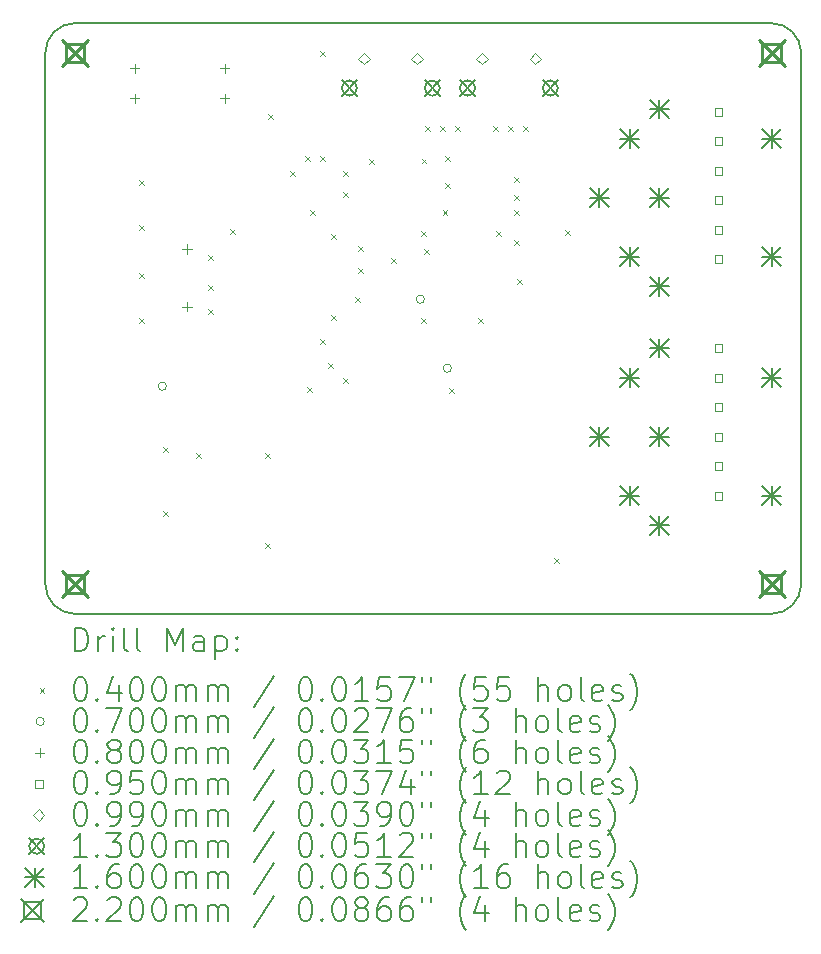
<source format=gbr>
%TF.GenerationSoftware,KiCad,Pcbnew,(6.0.7)*%
%TF.CreationDate,2022-09-18T21:03:04-04:00*%
%TF.ProjectId,SD2IEC,53443249-4543-42e6-9b69-6361645f7063,A*%
%TF.SameCoordinates,Original*%
%TF.FileFunction,Drillmap*%
%TF.FilePolarity,Positive*%
%FSLAX45Y45*%
G04 Gerber Fmt 4.5, Leading zero omitted, Abs format (unit mm)*
G04 Created by KiCad (PCBNEW (6.0.7)) date 2022-09-18 21:03:04*
%MOMM*%
%LPD*%
G01*
G04 APERTURE LIST*
%ADD10C,0.150000*%
%ADD11C,0.200000*%
%ADD12C,0.040000*%
%ADD13C,0.070000*%
%ADD14C,0.080000*%
%ADD15C,0.095000*%
%ADD16C,0.099000*%
%ADD17C,0.130000*%
%ADD18C,0.160000*%
%ADD19C,0.220000*%
G04 APERTURE END LIST*
D10*
X8382000Y-12616000D02*
G75*
G03*
X8632000Y-12866000I250000J0D01*
G01*
X8632000Y-7866000D02*
G75*
G03*
X8382000Y-8116000I0J-250000D01*
G01*
X14782000Y-8116000D02*
G75*
G03*
X14532000Y-7866000I-250000J0D01*
G01*
X14532000Y-12866000D02*
G75*
G03*
X14782000Y-12616000I0J250000D01*
G01*
X8382000Y-12616000D02*
X8382000Y-8116000D01*
X8632000Y-12866000D02*
X14532000Y-12866000D01*
X14782000Y-8116000D02*
X14782000Y-12616000D01*
X8632000Y-7866000D02*
X14532000Y-7866000D01*
D11*
D12*
X9174800Y-9192200D02*
X9214800Y-9232200D01*
X9214800Y-9192200D02*
X9174800Y-9232200D01*
X9174800Y-9573200D02*
X9214800Y-9613200D01*
X9214800Y-9573200D02*
X9174800Y-9613200D01*
X9174800Y-9979600D02*
X9214800Y-10019600D01*
X9214800Y-9979600D02*
X9174800Y-10019600D01*
X9174800Y-10360600D02*
X9214800Y-10400600D01*
X9214800Y-10360600D02*
X9174800Y-10400600D01*
X9378000Y-11452800D02*
X9418000Y-11492800D01*
X9418000Y-11452800D02*
X9378000Y-11492800D01*
X9378000Y-11998900D02*
X9418000Y-12038900D01*
X9418000Y-11998900D02*
X9378000Y-12038900D01*
X9657400Y-11503600D02*
X9697400Y-11543600D01*
X9697400Y-11503600D02*
X9657400Y-11543600D01*
X9759000Y-9827200D02*
X9799000Y-9867200D01*
X9799000Y-9827200D02*
X9759000Y-9867200D01*
X9759000Y-10081200D02*
X9799000Y-10121200D01*
X9799000Y-10081200D02*
X9759000Y-10121200D01*
X9759000Y-10284400D02*
X9799000Y-10324400D01*
X9799000Y-10284400D02*
X9759000Y-10324400D01*
X9949500Y-9608050D02*
X9989500Y-9648050D01*
X9989500Y-9608050D02*
X9949500Y-9648050D01*
X10241600Y-11503600D02*
X10281600Y-11543600D01*
X10281600Y-11503600D02*
X10241600Y-11543600D01*
X10241600Y-12265600D02*
X10281600Y-12305600D01*
X10281600Y-12265600D02*
X10241600Y-12305600D01*
X10267000Y-8633400D02*
X10307000Y-8673400D01*
X10307000Y-8633400D02*
X10267000Y-8673400D01*
X10457500Y-9116000D02*
X10497500Y-9156000D01*
X10497500Y-9116000D02*
X10457500Y-9156000D01*
X10584500Y-8989000D02*
X10624500Y-9029000D01*
X10624500Y-8989000D02*
X10584500Y-9029000D01*
X10596431Y-10944891D02*
X10636431Y-10984891D01*
X10636431Y-10944891D02*
X10596431Y-10984891D01*
X10622600Y-9446200D02*
X10662600Y-9486200D01*
X10662600Y-9446200D02*
X10622600Y-9486200D01*
X10711150Y-10538400D02*
X10751150Y-10578400D01*
X10751150Y-10538400D02*
X10711150Y-10578400D01*
X10711500Y-8100000D02*
X10751500Y-8140000D01*
X10751500Y-8100000D02*
X10711500Y-8140000D01*
X10711500Y-8989000D02*
X10751500Y-9029000D01*
X10751500Y-8989000D02*
X10711500Y-9029000D01*
X10775000Y-10741600D02*
X10815000Y-10781600D01*
X10815000Y-10741600D02*
X10775000Y-10781600D01*
X10800400Y-9649400D02*
X10840400Y-9689400D01*
X10840400Y-9649400D02*
X10800400Y-9689400D01*
X10800400Y-10335200D02*
X10840400Y-10375200D01*
X10840400Y-10335200D02*
X10800400Y-10375200D01*
X10902000Y-9116000D02*
X10942000Y-9156000D01*
X10942000Y-9116000D02*
X10902000Y-9156000D01*
X10902000Y-9295950D02*
X10942000Y-9335950D01*
X10942000Y-9295950D02*
X10902000Y-9335950D01*
X10902000Y-10868600D02*
X10942000Y-10908600D01*
X10942000Y-10868600D02*
X10902000Y-10908600D01*
X11003600Y-10182800D02*
X11043600Y-10222800D01*
X11043600Y-10182800D02*
X11003600Y-10222800D01*
X11029000Y-9751000D02*
X11069000Y-9791000D01*
X11069000Y-9751000D02*
X11029000Y-9791000D01*
X11029000Y-9941500D02*
X11069000Y-9981500D01*
X11069000Y-9941500D02*
X11029000Y-9981500D01*
X11126850Y-9014400D02*
X11166850Y-9054400D01*
X11166850Y-9014400D02*
X11126850Y-9054400D01*
X11308400Y-9856350D02*
X11348400Y-9896350D01*
X11348400Y-9856350D02*
X11308400Y-9896350D01*
X11562400Y-9624000D02*
X11602400Y-9664000D01*
X11602400Y-9624000D02*
X11562400Y-9664000D01*
X11562400Y-10360600D02*
X11602400Y-10400600D01*
X11602400Y-10360600D02*
X11562400Y-10400600D01*
X11567793Y-9012281D02*
X11607793Y-9052281D01*
X11607793Y-9012281D02*
X11567793Y-9052281D01*
X11587800Y-9776400D02*
X11627800Y-9816400D01*
X11627800Y-9776400D02*
X11587800Y-9816400D01*
X11600500Y-8735000D02*
X11640500Y-8775000D01*
X11640500Y-8735000D02*
X11600500Y-8775000D01*
X11727500Y-8735000D02*
X11767500Y-8775000D01*
X11767500Y-8735000D02*
X11727500Y-8775000D01*
X11745700Y-9446200D02*
X11785700Y-9486200D01*
X11785700Y-9446200D02*
X11745700Y-9486200D01*
X11765600Y-8989000D02*
X11805600Y-9029000D01*
X11805600Y-8989000D02*
X11765600Y-9029000D01*
X11769627Y-9219328D02*
X11809627Y-9259328D01*
X11809627Y-9219328D02*
X11769627Y-9259328D01*
X11803700Y-10957500D02*
X11843700Y-10997500D01*
X11843700Y-10957500D02*
X11803700Y-10997500D01*
X11854500Y-8735000D02*
X11894500Y-8775000D01*
X11894500Y-8735000D02*
X11854500Y-8775000D01*
X12045000Y-10360600D02*
X12085000Y-10400600D01*
X12085000Y-10360600D02*
X12045000Y-10400600D01*
X12172000Y-8735000D02*
X12212000Y-8775000D01*
X12212000Y-8735000D02*
X12172000Y-8775000D01*
X12197400Y-9624000D02*
X12237400Y-9664000D01*
X12237400Y-9624000D02*
X12197400Y-9664000D01*
X12299000Y-8735000D02*
X12339000Y-8775000D01*
X12339000Y-8735000D02*
X12299000Y-8775000D01*
X12349800Y-9166800D02*
X12389800Y-9206800D01*
X12389800Y-9166800D02*
X12349800Y-9206800D01*
X12349800Y-9319200D02*
X12389800Y-9359200D01*
X12389800Y-9319200D02*
X12349800Y-9359200D01*
X12349800Y-9446200D02*
X12389800Y-9486200D01*
X12389800Y-9446200D02*
X12349800Y-9486200D01*
X12349800Y-9700200D02*
X12389800Y-9740200D01*
X12389800Y-9700200D02*
X12349800Y-9740200D01*
X12375200Y-10030400D02*
X12415200Y-10070400D01*
X12415200Y-10030400D02*
X12375200Y-10070400D01*
X12426000Y-8735000D02*
X12466000Y-8775000D01*
X12466000Y-8735000D02*
X12426000Y-8775000D01*
X12692700Y-12392600D02*
X12732700Y-12432600D01*
X12732700Y-12392600D02*
X12692700Y-12432600D01*
X12785246Y-9618602D02*
X12825246Y-9658602D01*
X12825246Y-9618602D02*
X12785246Y-9658602D01*
D13*
X9407600Y-10939400D02*
G75*
G03*
X9407600Y-10939400I-35000J0D01*
G01*
X11592000Y-10202800D02*
G75*
G03*
X11592000Y-10202800I-35000J0D01*
G01*
X11820600Y-10787000D02*
G75*
G03*
X11820600Y-10787000I-35000J0D01*
G01*
D14*
X9139750Y-8207500D02*
X9139750Y-8287500D01*
X9099750Y-8247500D02*
X9179750Y-8247500D01*
X9139750Y-8461500D02*
X9139750Y-8541500D01*
X9099750Y-8501500D02*
X9179750Y-8501500D01*
X9582000Y-9738000D02*
X9582000Y-9818000D01*
X9542000Y-9778000D02*
X9622000Y-9778000D01*
X9582000Y-10226000D02*
X9582000Y-10306000D01*
X9542000Y-10266000D02*
X9622000Y-10266000D01*
X9901750Y-8207500D02*
X9901750Y-8287500D01*
X9861750Y-8247500D02*
X9941750Y-8247500D01*
X9901750Y-8461500D02*
X9901750Y-8541500D01*
X9861750Y-8501500D02*
X9941750Y-8501500D01*
D15*
X14115588Y-8649588D02*
X14115588Y-8582412D01*
X14048412Y-8582412D01*
X14048412Y-8649588D01*
X14115588Y-8649588D01*
X14115588Y-8899588D02*
X14115588Y-8832412D01*
X14048412Y-8832412D01*
X14048412Y-8899588D01*
X14115588Y-8899588D01*
X14115588Y-9149588D02*
X14115588Y-9082412D01*
X14048412Y-9082412D01*
X14048412Y-9149588D01*
X14115588Y-9149588D01*
X14115588Y-9399588D02*
X14115588Y-9332412D01*
X14048412Y-9332412D01*
X14048412Y-9399588D01*
X14115588Y-9399588D01*
X14115588Y-9649588D02*
X14115588Y-9582412D01*
X14048412Y-9582412D01*
X14048412Y-9649588D01*
X14115588Y-9649588D01*
X14115588Y-9899588D02*
X14115588Y-9832412D01*
X14048412Y-9832412D01*
X14048412Y-9899588D01*
X14115588Y-9899588D01*
X14115588Y-10649588D02*
X14115588Y-10582412D01*
X14048412Y-10582412D01*
X14048412Y-10649588D01*
X14115588Y-10649588D01*
X14115588Y-10899588D02*
X14115588Y-10832412D01*
X14048412Y-10832412D01*
X14048412Y-10899588D01*
X14115588Y-10899588D01*
X14115588Y-11149588D02*
X14115588Y-11082412D01*
X14048412Y-11082412D01*
X14048412Y-11149588D01*
X14115588Y-11149588D01*
X14115588Y-11399588D02*
X14115588Y-11332412D01*
X14048412Y-11332412D01*
X14048412Y-11399588D01*
X14115588Y-11399588D01*
X14115588Y-11649588D02*
X14115588Y-11582412D01*
X14048412Y-11582412D01*
X14048412Y-11649588D01*
X14115588Y-11649588D01*
X14115588Y-11899588D02*
X14115588Y-11832412D01*
X14048412Y-11832412D01*
X14048412Y-11899588D01*
X14115588Y-11899588D01*
D16*
X11082000Y-8215500D02*
X11131500Y-8166000D01*
X11082000Y-8116500D01*
X11032500Y-8166000D01*
X11082000Y-8215500D01*
X11532000Y-8215500D02*
X11581500Y-8166000D01*
X11532000Y-8116500D01*
X11482500Y-8166000D01*
X11532000Y-8215500D01*
X12082000Y-8215500D02*
X12131500Y-8166000D01*
X12082000Y-8116500D01*
X12032500Y-8166000D01*
X12082000Y-8215500D01*
X12532000Y-8215500D02*
X12581500Y-8166000D01*
X12532000Y-8116500D01*
X12482500Y-8166000D01*
X12532000Y-8215500D01*
D17*
X10892000Y-8350000D02*
X11022000Y-8480000D01*
X11022000Y-8350000D02*
X10892000Y-8480000D01*
X11022000Y-8415000D02*
G75*
G03*
X11022000Y-8415000I-65000J0D01*
G01*
X11593000Y-8350000D02*
X11723000Y-8480000D01*
X11723000Y-8350000D02*
X11593000Y-8480000D01*
X11723000Y-8415000D02*
G75*
G03*
X11723000Y-8415000I-65000J0D01*
G01*
X11892000Y-8350000D02*
X12022000Y-8480000D01*
X12022000Y-8350000D02*
X11892000Y-8480000D01*
X12022000Y-8415000D02*
G75*
G03*
X12022000Y-8415000I-65000J0D01*
G01*
X12593000Y-8350000D02*
X12723000Y-8480000D01*
X12723000Y-8350000D02*
X12593000Y-8480000D01*
X12723000Y-8415000D02*
G75*
G03*
X12723000Y-8415000I-65000J0D01*
G01*
D18*
X12992000Y-9262200D02*
X13152000Y-9422200D01*
X13152000Y-9262200D02*
X12992000Y-9422200D01*
X13072000Y-9262200D02*
X13072000Y-9422200D01*
X12992000Y-9342200D02*
X13152000Y-9342200D01*
X12992000Y-11286000D02*
X13152000Y-11446000D01*
X13152000Y-11286000D02*
X12992000Y-11446000D01*
X13072000Y-11286000D02*
X13072000Y-11446000D01*
X12992000Y-11366000D02*
X13152000Y-11366000D01*
X13252000Y-8762200D02*
X13412000Y-8922200D01*
X13412000Y-8762200D02*
X13252000Y-8922200D01*
X13332000Y-8762200D02*
X13332000Y-8922200D01*
X13252000Y-8842200D02*
X13412000Y-8842200D01*
X13252000Y-9762200D02*
X13412000Y-9922200D01*
X13412000Y-9762200D02*
X13252000Y-9922200D01*
X13332000Y-9762200D02*
X13332000Y-9922200D01*
X13252000Y-9842200D02*
X13412000Y-9842200D01*
X13252000Y-10786000D02*
X13412000Y-10946000D01*
X13412000Y-10786000D02*
X13252000Y-10946000D01*
X13332000Y-10786000D02*
X13332000Y-10946000D01*
X13252000Y-10866000D02*
X13412000Y-10866000D01*
X13252000Y-11786000D02*
X13412000Y-11946000D01*
X13412000Y-11786000D02*
X13252000Y-11946000D01*
X13332000Y-11786000D02*
X13332000Y-11946000D01*
X13252000Y-11866000D02*
X13412000Y-11866000D01*
X13502000Y-8512200D02*
X13662000Y-8672200D01*
X13662000Y-8512200D02*
X13502000Y-8672200D01*
X13582000Y-8512200D02*
X13582000Y-8672200D01*
X13502000Y-8592200D02*
X13662000Y-8592200D01*
X13502000Y-9262200D02*
X13662000Y-9422200D01*
X13662000Y-9262200D02*
X13502000Y-9422200D01*
X13582000Y-9262200D02*
X13582000Y-9422200D01*
X13502000Y-9342200D02*
X13662000Y-9342200D01*
X13502000Y-10012200D02*
X13662000Y-10172200D01*
X13662000Y-10012200D02*
X13502000Y-10172200D01*
X13582000Y-10012200D02*
X13582000Y-10172200D01*
X13502000Y-10092200D02*
X13662000Y-10092200D01*
X13502000Y-10536000D02*
X13662000Y-10696000D01*
X13662000Y-10536000D02*
X13502000Y-10696000D01*
X13582000Y-10536000D02*
X13582000Y-10696000D01*
X13502000Y-10616000D02*
X13662000Y-10616000D01*
X13502000Y-11286000D02*
X13662000Y-11446000D01*
X13662000Y-11286000D02*
X13502000Y-11446000D01*
X13582000Y-11286000D02*
X13582000Y-11446000D01*
X13502000Y-11366000D02*
X13662000Y-11366000D01*
X13502000Y-12036000D02*
X13662000Y-12196000D01*
X13662000Y-12036000D02*
X13502000Y-12196000D01*
X13582000Y-12036000D02*
X13582000Y-12196000D01*
X13502000Y-12116000D02*
X13662000Y-12116000D01*
X14452000Y-8762200D02*
X14612000Y-8922200D01*
X14612000Y-8762200D02*
X14452000Y-8922200D01*
X14532000Y-8762200D02*
X14532000Y-8922200D01*
X14452000Y-8842200D02*
X14612000Y-8842200D01*
X14452000Y-9762200D02*
X14612000Y-9922200D01*
X14612000Y-9762200D02*
X14452000Y-9922200D01*
X14532000Y-9762200D02*
X14532000Y-9922200D01*
X14452000Y-9842200D02*
X14612000Y-9842200D01*
X14452000Y-10786000D02*
X14612000Y-10946000D01*
X14612000Y-10786000D02*
X14452000Y-10946000D01*
X14532000Y-10786000D02*
X14532000Y-10946000D01*
X14452000Y-10866000D02*
X14612000Y-10866000D01*
X14452000Y-11786000D02*
X14612000Y-11946000D01*
X14612000Y-11786000D02*
X14452000Y-11946000D01*
X14532000Y-11786000D02*
X14532000Y-11946000D01*
X14452000Y-11866000D02*
X14612000Y-11866000D01*
D19*
X8522000Y-8006000D02*
X8742000Y-8226000D01*
X8742000Y-8006000D02*
X8522000Y-8226000D01*
X8709783Y-8193782D02*
X8709783Y-8038217D01*
X8554218Y-8038217D01*
X8554218Y-8193782D01*
X8709783Y-8193782D01*
X8522000Y-12506000D02*
X8742000Y-12726000D01*
X8742000Y-12506000D02*
X8522000Y-12726000D01*
X8709783Y-12693782D02*
X8709783Y-12538217D01*
X8554218Y-12538217D01*
X8554218Y-12693782D01*
X8709783Y-12693782D01*
X14422000Y-8006000D02*
X14642000Y-8226000D01*
X14642000Y-8006000D02*
X14422000Y-8226000D01*
X14609782Y-8193782D02*
X14609782Y-8038217D01*
X14454217Y-8038217D01*
X14454217Y-8193782D01*
X14609782Y-8193782D01*
X14422000Y-12506000D02*
X14642000Y-12726000D01*
X14642000Y-12506000D02*
X14422000Y-12726000D01*
X14609782Y-12693782D02*
X14609782Y-12538217D01*
X14454217Y-12538217D01*
X14454217Y-12693782D01*
X14609782Y-12693782D01*
D11*
X8632119Y-13183976D02*
X8632119Y-12983976D01*
X8679738Y-12983976D01*
X8708310Y-12993500D01*
X8727357Y-13012548D01*
X8736881Y-13031595D01*
X8746405Y-13069690D01*
X8746405Y-13098262D01*
X8736881Y-13136357D01*
X8727357Y-13155405D01*
X8708310Y-13174452D01*
X8679738Y-13183976D01*
X8632119Y-13183976D01*
X8832119Y-13183976D02*
X8832119Y-13050643D01*
X8832119Y-13088738D02*
X8841643Y-13069690D01*
X8851167Y-13060167D01*
X8870214Y-13050643D01*
X8889262Y-13050643D01*
X8955929Y-13183976D02*
X8955929Y-13050643D01*
X8955929Y-12983976D02*
X8946405Y-12993500D01*
X8955929Y-13003024D01*
X8965452Y-12993500D01*
X8955929Y-12983976D01*
X8955929Y-13003024D01*
X9079738Y-13183976D02*
X9060690Y-13174452D01*
X9051167Y-13155405D01*
X9051167Y-12983976D01*
X9184500Y-13183976D02*
X9165452Y-13174452D01*
X9155929Y-13155405D01*
X9155929Y-12983976D01*
X9413071Y-13183976D02*
X9413071Y-12983976D01*
X9479738Y-13126833D01*
X9546405Y-12983976D01*
X9546405Y-13183976D01*
X9727357Y-13183976D02*
X9727357Y-13079214D01*
X9717833Y-13060167D01*
X9698786Y-13050643D01*
X9660690Y-13050643D01*
X9641643Y-13060167D01*
X9727357Y-13174452D02*
X9708310Y-13183976D01*
X9660690Y-13183976D01*
X9641643Y-13174452D01*
X9632119Y-13155405D01*
X9632119Y-13136357D01*
X9641643Y-13117309D01*
X9660690Y-13107786D01*
X9708310Y-13107786D01*
X9727357Y-13098262D01*
X9822595Y-13050643D02*
X9822595Y-13250643D01*
X9822595Y-13060167D02*
X9841643Y-13050643D01*
X9879738Y-13050643D01*
X9898786Y-13060167D01*
X9908310Y-13069690D01*
X9917833Y-13088738D01*
X9917833Y-13145881D01*
X9908310Y-13164928D01*
X9898786Y-13174452D01*
X9879738Y-13183976D01*
X9841643Y-13183976D01*
X9822595Y-13174452D01*
X10003548Y-13164928D02*
X10013071Y-13174452D01*
X10003548Y-13183976D01*
X9994024Y-13174452D01*
X10003548Y-13164928D01*
X10003548Y-13183976D01*
X10003548Y-13060167D02*
X10013071Y-13069690D01*
X10003548Y-13079214D01*
X9994024Y-13069690D01*
X10003548Y-13060167D01*
X10003548Y-13079214D01*
D12*
X8334500Y-13493500D02*
X8374500Y-13533500D01*
X8374500Y-13493500D02*
X8334500Y-13533500D01*
D11*
X8670214Y-13403976D02*
X8689262Y-13403976D01*
X8708310Y-13413500D01*
X8717833Y-13423024D01*
X8727357Y-13442071D01*
X8736881Y-13480167D01*
X8736881Y-13527786D01*
X8727357Y-13565881D01*
X8717833Y-13584928D01*
X8708310Y-13594452D01*
X8689262Y-13603976D01*
X8670214Y-13603976D01*
X8651167Y-13594452D01*
X8641643Y-13584928D01*
X8632119Y-13565881D01*
X8622595Y-13527786D01*
X8622595Y-13480167D01*
X8632119Y-13442071D01*
X8641643Y-13423024D01*
X8651167Y-13413500D01*
X8670214Y-13403976D01*
X8822595Y-13584928D02*
X8832119Y-13594452D01*
X8822595Y-13603976D01*
X8813071Y-13594452D01*
X8822595Y-13584928D01*
X8822595Y-13603976D01*
X9003548Y-13470643D02*
X9003548Y-13603976D01*
X8955929Y-13394452D02*
X8908310Y-13537309D01*
X9032119Y-13537309D01*
X9146405Y-13403976D02*
X9165452Y-13403976D01*
X9184500Y-13413500D01*
X9194024Y-13423024D01*
X9203548Y-13442071D01*
X9213071Y-13480167D01*
X9213071Y-13527786D01*
X9203548Y-13565881D01*
X9194024Y-13584928D01*
X9184500Y-13594452D01*
X9165452Y-13603976D01*
X9146405Y-13603976D01*
X9127357Y-13594452D01*
X9117833Y-13584928D01*
X9108310Y-13565881D01*
X9098786Y-13527786D01*
X9098786Y-13480167D01*
X9108310Y-13442071D01*
X9117833Y-13423024D01*
X9127357Y-13413500D01*
X9146405Y-13403976D01*
X9336881Y-13403976D02*
X9355929Y-13403976D01*
X9374976Y-13413500D01*
X9384500Y-13423024D01*
X9394024Y-13442071D01*
X9403548Y-13480167D01*
X9403548Y-13527786D01*
X9394024Y-13565881D01*
X9384500Y-13584928D01*
X9374976Y-13594452D01*
X9355929Y-13603976D01*
X9336881Y-13603976D01*
X9317833Y-13594452D01*
X9308310Y-13584928D01*
X9298786Y-13565881D01*
X9289262Y-13527786D01*
X9289262Y-13480167D01*
X9298786Y-13442071D01*
X9308310Y-13423024D01*
X9317833Y-13413500D01*
X9336881Y-13403976D01*
X9489262Y-13603976D02*
X9489262Y-13470643D01*
X9489262Y-13489690D02*
X9498786Y-13480167D01*
X9517833Y-13470643D01*
X9546405Y-13470643D01*
X9565452Y-13480167D01*
X9574976Y-13499214D01*
X9574976Y-13603976D01*
X9574976Y-13499214D02*
X9584500Y-13480167D01*
X9603548Y-13470643D01*
X9632119Y-13470643D01*
X9651167Y-13480167D01*
X9660690Y-13499214D01*
X9660690Y-13603976D01*
X9755929Y-13603976D02*
X9755929Y-13470643D01*
X9755929Y-13489690D02*
X9765452Y-13480167D01*
X9784500Y-13470643D01*
X9813071Y-13470643D01*
X9832119Y-13480167D01*
X9841643Y-13499214D01*
X9841643Y-13603976D01*
X9841643Y-13499214D02*
X9851167Y-13480167D01*
X9870214Y-13470643D01*
X9898786Y-13470643D01*
X9917833Y-13480167D01*
X9927357Y-13499214D01*
X9927357Y-13603976D01*
X10317833Y-13394452D02*
X10146405Y-13651595D01*
X10574976Y-13403976D02*
X10594024Y-13403976D01*
X10613071Y-13413500D01*
X10622595Y-13423024D01*
X10632119Y-13442071D01*
X10641643Y-13480167D01*
X10641643Y-13527786D01*
X10632119Y-13565881D01*
X10622595Y-13584928D01*
X10613071Y-13594452D01*
X10594024Y-13603976D01*
X10574976Y-13603976D01*
X10555929Y-13594452D01*
X10546405Y-13584928D01*
X10536881Y-13565881D01*
X10527357Y-13527786D01*
X10527357Y-13480167D01*
X10536881Y-13442071D01*
X10546405Y-13423024D01*
X10555929Y-13413500D01*
X10574976Y-13403976D01*
X10727357Y-13584928D02*
X10736881Y-13594452D01*
X10727357Y-13603976D01*
X10717833Y-13594452D01*
X10727357Y-13584928D01*
X10727357Y-13603976D01*
X10860690Y-13403976D02*
X10879738Y-13403976D01*
X10898786Y-13413500D01*
X10908310Y-13423024D01*
X10917833Y-13442071D01*
X10927357Y-13480167D01*
X10927357Y-13527786D01*
X10917833Y-13565881D01*
X10908310Y-13584928D01*
X10898786Y-13594452D01*
X10879738Y-13603976D01*
X10860690Y-13603976D01*
X10841643Y-13594452D01*
X10832119Y-13584928D01*
X10822595Y-13565881D01*
X10813071Y-13527786D01*
X10813071Y-13480167D01*
X10822595Y-13442071D01*
X10832119Y-13423024D01*
X10841643Y-13413500D01*
X10860690Y-13403976D01*
X11117833Y-13603976D02*
X11003548Y-13603976D01*
X11060690Y-13603976D02*
X11060690Y-13403976D01*
X11041643Y-13432548D01*
X11022595Y-13451595D01*
X11003548Y-13461119D01*
X11298786Y-13403976D02*
X11203548Y-13403976D01*
X11194024Y-13499214D01*
X11203548Y-13489690D01*
X11222595Y-13480167D01*
X11270214Y-13480167D01*
X11289262Y-13489690D01*
X11298786Y-13499214D01*
X11308309Y-13518262D01*
X11308309Y-13565881D01*
X11298786Y-13584928D01*
X11289262Y-13594452D01*
X11270214Y-13603976D01*
X11222595Y-13603976D01*
X11203548Y-13594452D01*
X11194024Y-13584928D01*
X11374976Y-13403976D02*
X11508309Y-13403976D01*
X11422595Y-13603976D01*
X11574976Y-13403976D02*
X11574976Y-13442071D01*
X11651167Y-13403976D02*
X11651167Y-13442071D01*
X11946405Y-13680167D02*
X11936881Y-13670643D01*
X11917833Y-13642071D01*
X11908309Y-13623024D01*
X11898786Y-13594452D01*
X11889262Y-13546833D01*
X11889262Y-13508738D01*
X11898786Y-13461119D01*
X11908309Y-13432548D01*
X11917833Y-13413500D01*
X11936881Y-13384928D01*
X11946405Y-13375405D01*
X12117833Y-13403976D02*
X12022595Y-13403976D01*
X12013071Y-13499214D01*
X12022595Y-13489690D01*
X12041643Y-13480167D01*
X12089262Y-13480167D01*
X12108309Y-13489690D01*
X12117833Y-13499214D01*
X12127357Y-13518262D01*
X12127357Y-13565881D01*
X12117833Y-13584928D01*
X12108309Y-13594452D01*
X12089262Y-13603976D01*
X12041643Y-13603976D01*
X12022595Y-13594452D01*
X12013071Y-13584928D01*
X12308309Y-13403976D02*
X12213071Y-13403976D01*
X12203548Y-13499214D01*
X12213071Y-13489690D01*
X12232119Y-13480167D01*
X12279738Y-13480167D01*
X12298786Y-13489690D01*
X12308309Y-13499214D01*
X12317833Y-13518262D01*
X12317833Y-13565881D01*
X12308309Y-13584928D01*
X12298786Y-13594452D01*
X12279738Y-13603976D01*
X12232119Y-13603976D01*
X12213071Y-13594452D01*
X12203548Y-13584928D01*
X12555928Y-13603976D02*
X12555928Y-13403976D01*
X12641643Y-13603976D02*
X12641643Y-13499214D01*
X12632119Y-13480167D01*
X12613071Y-13470643D01*
X12584500Y-13470643D01*
X12565452Y-13480167D01*
X12555928Y-13489690D01*
X12765452Y-13603976D02*
X12746405Y-13594452D01*
X12736881Y-13584928D01*
X12727357Y-13565881D01*
X12727357Y-13508738D01*
X12736881Y-13489690D01*
X12746405Y-13480167D01*
X12765452Y-13470643D01*
X12794024Y-13470643D01*
X12813071Y-13480167D01*
X12822595Y-13489690D01*
X12832119Y-13508738D01*
X12832119Y-13565881D01*
X12822595Y-13584928D01*
X12813071Y-13594452D01*
X12794024Y-13603976D01*
X12765452Y-13603976D01*
X12946405Y-13603976D02*
X12927357Y-13594452D01*
X12917833Y-13575405D01*
X12917833Y-13403976D01*
X13098786Y-13594452D02*
X13079738Y-13603976D01*
X13041643Y-13603976D01*
X13022595Y-13594452D01*
X13013071Y-13575405D01*
X13013071Y-13499214D01*
X13022595Y-13480167D01*
X13041643Y-13470643D01*
X13079738Y-13470643D01*
X13098786Y-13480167D01*
X13108309Y-13499214D01*
X13108309Y-13518262D01*
X13013071Y-13537309D01*
X13184500Y-13594452D02*
X13203548Y-13603976D01*
X13241643Y-13603976D01*
X13260690Y-13594452D01*
X13270214Y-13575405D01*
X13270214Y-13565881D01*
X13260690Y-13546833D01*
X13241643Y-13537309D01*
X13213071Y-13537309D01*
X13194024Y-13527786D01*
X13184500Y-13508738D01*
X13184500Y-13499214D01*
X13194024Y-13480167D01*
X13213071Y-13470643D01*
X13241643Y-13470643D01*
X13260690Y-13480167D01*
X13336881Y-13680167D02*
X13346405Y-13670643D01*
X13365452Y-13642071D01*
X13374976Y-13623024D01*
X13384500Y-13594452D01*
X13394024Y-13546833D01*
X13394024Y-13508738D01*
X13384500Y-13461119D01*
X13374976Y-13432548D01*
X13365452Y-13413500D01*
X13346405Y-13384928D01*
X13336881Y-13375405D01*
D13*
X8374500Y-13777500D02*
G75*
G03*
X8374500Y-13777500I-35000J0D01*
G01*
D11*
X8670214Y-13667976D02*
X8689262Y-13667976D01*
X8708310Y-13677500D01*
X8717833Y-13687024D01*
X8727357Y-13706071D01*
X8736881Y-13744167D01*
X8736881Y-13791786D01*
X8727357Y-13829881D01*
X8717833Y-13848928D01*
X8708310Y-13858452D01*
X8689262Y-13867976D01*
X8670214Y-13867976D01*
X8651167Y-13858452D01*
X8641643Y-13848928D01*
X8632119Y-13829881D01*
X8622595Y-13791786D01*
X8622595Y-13744167D01*
X8632119Y-13706071D01*
X8641643Y-13687024D01*
X8651167Y-13677500D01*
X8670214Y-13667976D01*
X8822595Y-13848928D02*
X8832119Y-13858452D01*
X8822595Y-13867976D01*
X8813071Y-13858452D01*
X8822595Y-13848928D01*
X8822595Y-13867976D01*
X8898786Y-13667976D02*
X9032119Y-13667976D01*
X8946405Y-13867976D01*
X9146405Y-13667976D02*
X9165452Y-13667976D01*
X9184500Y-13677500D01*
X9194024Y-13687024D01*
X9203548Y-13706071D01*
X9213071Y-13744167D01*
X9213071Y-13791786D01*
X9203548Y-13829881D01*
X9194024Y-13848928D01*
X9184500Y-13858452D01*
X9165452Y-13867976D01*
X9146405Y-13867976D01*
X9127357Y-13858452D01*
X9117833Y-13848928D01*
X9108310Y-13829881D01*
X9098786Y-13791786D01*
X9098786Y-13744167D01*
X9108310Y-13706071D01*
X9117833Y-13687024D01*
X9127357Y-13677500D01*
X9146405Y-13667976D01*
X9336881Y-13667976D02*
X9355929Y-13667976D01*
X9374976Y-13677500D01*
X9384500Y-13687024D01*
X9394024Y-13706071D01*
X9403548Y-13744167D01*
X9403548Y-13791786D01*
X9394024Y-13829881D01*
X9384500Y-13848928D01*
X9374976Y-13858452D01*
X9355929Y-13867976D01*
X9336881Y-13867976D01*
X9317833Y-13858452D01*
X9308310Y-13848928D01*
X9298786Y-13829881D01*
X9289262Y-13791786D01*
X9289262Y-13744167D01*
X9298786Y-13706071D01*
X9308310Y-13687024D01*
X9317833Y-13677500D01*
X9336881Y-13667976D01*
X9489262Y-13867976D02*
X9489262Y-13734643D01*
X9489262Y-13753690D02*
X9498786Y-13744167D01*
X9517833Y-13734643D01*
X9546405Y-13734643D01*
X9565452Y-13744167D01*
X9574976Y-13763214D01*
X9574976Y-13867976D01*
X9574976Y-13763214D02*
X9584500Y-13744167D01*
X9603548Y-13734643D01*
X9632119Y-13734643D01*
X9651167Y-13744167D01*
X9660690Y-13763214D01*
X9660690Y-13867976D01*
X9755929Y-13867976D02*
X9755929Y-13734643D01*
X9755929Y-13753690D02*
X9765452Y-13744167D01*
X9784500Y-13734643D01*
X9813071Y-13734643D01*
X9832119Y-13744167D01*
X9841643Y-13763214D01*
X9841643Y-13867976D01*
X9841643Y-13763214D02*
X9851167Y-13744167D01*
X9870214Y-13734643D01*
X9898786Y-13734643D01*
X9917833Y-13744167D01*
X9927357Y-13763214D01*
X9927357Y-13867976D01*
X10317833Y-13658452D02*
X10146405Y-13915595D01*
X10574976Y-13667976D02*
X10594024Y-13667976D01*
X10613071Y-13677500D01*
X10622595Y-13687024D01*
X10632119Y-13706071D01*
X10641643Y-13744167D01*
X10641643Y-13791786D01*
X10632119Y-13829881D01*
X10622595Y-13848928D01*
X10613071Y-13858452D01*
X10594024Y-13867976D01*
X10574976Y-13867976D01*
X10555929Y-13858452D01*
X10546405Y-13848928D01*
X10536881Y-13829881D01*
X10527357Y-13791786D01*
X10527357Y-13744167D01*
X10536881Y-13706071D01*
X10546405Y-13687024D01*
X10555929Y-13677500D01*
X10574976Y-13667976D01*
X10727357Y-13848928D02*
X10736881Y-13858452D01*
X10727357Y-13867976D01*
X10717833Y-13858452D01*
X10727357Y-13848928D01*
X10727357Y-13867976D01*
X10860690Y-13667976D02*
X10879738Y-13667976D01*
X10898786Y-13677500D01*
X10908310Y-13687024D01*
X10917833Y-13706071D01*
X10927357Y-13744167D01*
X10927357Y-13791786D01*
X10917833Y-13829881D01*
X10908310Y-13848928D01*
X10898786Y-13858452D01*
X10879738Y-13867976D01*
X10860690Y-13867976D01*
X10841643Y-13858452D01*
X10832119Y-13848928D01*
X10822595Y-13829881D01*
X10813071Y-13791786D01*
X10813071Y-13744167D01*
X10822595Y-13706071D01*
X10832119Y-13687024D01*
X10841643Y-13677500D01*
X10860690Y-13667976D01*
X11003548Y-13687024D02*
X11013071Y-13677500D01*
X11032119Y-13667976D01*
X11079738Y-13667976D01*
X11098786Y-13677500D01*
X11108310Y-13687024D01*
X11117833Y-13706071D01*
X11117833Y-13725119D01*
X11108310Y-13753690D01*
X10994024Y-13867976D01*
X11117833Y-13867976D01*
X11184500Y-13667976D02*
X11317833Y-13667976D01*
X11232119Y-13867976D01*
X11479738Y-13667976D02*
X11441643Y-13667976D01*
X11422595Y-13677500D01*
X11413071Y-13687024D01*
X11394024Y-13715595D01*
X11384500Y-13753690D01*
X11384500Y-13829881D01*
X11394024Y-13848928D01*
X11403548Y-13858452D01*
X11422595Y-13867976D01*
X11460690Y-13867976D01*
X11479738Y-13858452D01*
X11489262Y-13848928D01*
X11498786Y-13829881D01*
X11498786Y-13782262D01*
X11489262Y-13763214D01*
X11479738Y-13753690D01*
X11460690Y-13744167D01*
X11422595Y-13744167D01*
X11403548Y-13753690D01*
X11394024Y-13763214D01*
X11384500Y-13782262D01*
X11574976Y-13667976D02*
X11574976Y-13706071D01*
X11651167Y-13667976D02*
X11651167Y-13706071D01*
X11946405Y-13944167D02*
X11936881Y-13934643D01*
X11917833Y-13906071D01*
X11908309Y-13887024D01*
X11898786Y-13858452D01*
X11889262Y-13810833D01*
X11889262Y-13772738D01*
X11898786Y-13725119D01*
X11908309Y-13696548D01*
X11917833Y-13677500D01*
X11936881Y-13648928D01*
X11946405Y-13639405D01*
X12003548Y-13667976D02*
X12127357Y-13667976D01*
X12060690Y-13744167D01*
X12089262Y-13744167D01*
X12108309Y-13753690D01*
X12117833Y-13763214D01*
X12127357Y-13782262D01*
X12127357Y-13829881D01*
X12117833Y-13848928D01*
X12108309Y-13858452D01*
X12089262Y-13867976D01*
X12032119Y-13867976D01*
X12013071Y-13858452D01*
X12003548Y-13848928D01*
X12365452Y-13867976D02*
X12365452Y-13667976D01*
X12451167Y-13867976D02*
X12451167Y-13763214D01*
X12441643Y-13744167D01*
X12422595Y-13734643D01*
X12394024Y-13734643D01*
X12374976Y-13744167D01*
X12365452Y-13753690D01*
X12574976Y-13867976D02*
X12555928Y-13858452D01*
X12546405Y-13848928D01*
X12536881Y-13829881D01*
X12536881Y-13772738D01*
X12546405Y-13753690D01*
X12555928Y-13744167D01*
X12574976Y-13734643D01*
X12603548Y-13734643D01*
X12622595Y-13744167D01*
X12632119Y-13753690D01*
X12641643Y-13772738D01*
X12641643Y-13829881D01*
X12632119Y-13848928D01*
X12622595Y-13858452D01*
X12603548Y-13867976D01*
X12574976Y-13867976D01*
X12755928Y-13867976D02*
X12736881Y-13858452D01*
X12727357Y-13839405D01*
X12727357Y-13667976D01*
X12908309Y-13858452D02*
X12889262Y-13867976D01*
X12851167Y-13867976D01*
X12832119Y-13858452D01*
X12822595Y-13839405D01*
X12822595Y-13763214D01*
X12832119Y-13744167D01*
X12851167Y-13734643D01*
X12889262Y-13734643D01*
X12908309Y-13744167D01*
X12917833Y-13763214D01*
X12917833Y-13782262D01*
X12822595Y-13801309D01*
X12994024Y-13858452D02*
X13013071Y-13867976D01*
X13051167Y-13867976D01*
X13070214Y-13858452D01*
X13079738Y-13839405D01*
X13079738Y-13829881D01*
X13070214Y-13810833D01*
X13051167Y-13801309D01*
X13022595Y-13801309D01*
X13003548Y-13791786D01*
X12994024Y-13772738D01*
X12994024Y-13763214D01*
X13003548Y-13744167D01*
X13022595Y-13734643D01*
X13051167Y-13734643D01*
X13070214Y-13744167D01*
X13146405Y-13944167D02*
X13155928Y-13934643D01*
X13174976Y-13906071D01*
X13184500Y-13887024D01*
X13194024Y-13858452D01*
X13203548Y-13810833D01*
X13203548Y-13772738D01*
X13194024Y-13725119D01*
X13184500Y-13696548D01*
X13174976Y-13677500D01*
X13155928Y-13648928D01*
X13146405Y-13639405D01*
D14*
X8334500Y-14001500D02*
X8334500Y-14081500D01*
X8294500Y-14041500D02*
X8374500Y-14041500D01*
D11*
X8670214Y-13931976D02*
X8689262Y-13931976D01*
X8708310Y-13941500D01*
X8717833Y-13951024D01*
X8727357Y-13970071D01*
X8736881Y-14008167D01*
X8736881Y-14055786D01*
X8727357Y-14093881D01*
X8717833Y-14112928D01*
X8708310Y-14122452D01*
X8689262Y-14131976D01*
X8670214Y-14131976D01*
X8651167Y-14122452D01*
X8641643Y-14112928D01*
X8632119Y-14093881D01*
X8622595Y-14055786D01*
X8622595Y-14008167D01*
X8632119Y-13970071D01*
X8641643Y-13951024D01*
X8651167Y-13941500D01*
X8670214Y-13931976D01*
X8822595Y-14112928D02*
X8832119Y-14122452D01*
X8822595Y-14131976D01*
X8813071Y-14122452D01*
X8822595Y-14112928D01*
X8822595Y-14131976D01*
X8946405Y-14017690D02*
X8927357Y-14008167D01*
X8917833Y-13998643D01*
X8908310Y-13979595D01*
X8908310Y-13970071D01*
X8917833Y-13951024D01*
X8927357Y-13941500D01*
X8946405Y-13931976D01*
X8984500Y-13931976D01*
X9003548Y-13941500D01*
X9013071Y-13951024D01*
X9022595Y-13970071D01*
X9022595Y-13979595D01*
X9013071Y-13998643D01*
X9003548Y-14008167D01*
X8984500Y-14017690D01*
X8946405Y-14017690D01*
X8927357Y-14027214D01*
X8917833Y-14036738D01*
X8908310Y-14055786D01*
X8908310Y-14093881D01*
X8917833Y-14112928D01*
X8927357Y-14122452D01*
X8946405Y-14131976D01*
X8984500Y-14131976D01*
X9003548Y-14122452D01*
X9013071Y-14112928D01*
X9022595Y-14093881D01*
X9022595Y-14055786D01*
X9013071Y-14036738D01*
X9003548Y-14027214D01*
X8984500Y-14017690D01*
X9146405Y-13931976D02*
X9165452Y-13931976D01*
X9184500Y-13941500D01*
X9194024Y-13951024D01*
X9203548Y-13970071D01*
X9213071Y-14008167D01*
X9213071Y-14055786D01*
X9203548Y-14093881D01*
X9194024Y-14112928D01*
X9184500Y-14122452D01*
X9165452Y-14131976D01*
X9146405Y-14131976D01*
X9127357Y-14122452D01*
X9117833Y-14112928D01*
X9108310Y-14093881D01*
X9098786Y-14055786D01*
X9098786Y-14008167D01*
X9108310Y-13970071D01*
X9117833Y-13951024D01*
X9127357Y-13941500D01*
X9146405Y-13931976D01*
X9336881Y-13931976D02*
X9355929Y-13931976D01*
X9374976Y-13941500D01*
X9384500Y-13951024D01*
X9394024Y-13970071D01*
X9403548Y-14008167D01*
X9403548Y-14055786D01*
X9394024Y-14093881D01*
X9384500Y-14112928D01*
X9374976Y-14122452D01*
X9355929Y-14131976D01*
X9336881Y-14131976D01*
X9317833Y-14122452D01*
X9308310Y-14112928D01*
X9298786Y-14093881D01*
X9289262Y-14055786D01*
X9289262Y-14008167D01*
X9298786Y-13970071D01*
X9308310Y-13951024D01*
X9317833Y-13941500D01*
X9336881Y-13931976D01*
X9489262Y-14131976D02*
X9489262Y-13998643D01*
X9489262Y-14017690D02*
X9498786Y-14008167D01*
X9517833Y-13998643D01*
X9546405Y-13998643D01*
X9565452Y-14008167D01*
X9574976Y-14027214D01*
X9574976Y-14131976D01*
X9574976Y-14027214D02*
X9584500Y-14008167D01*
X9603548Y-13998643D01*
X9632119Y-13998643D01*
X9651167Y-14008167D01*
X9660690Y-14027214D01*
X9660690Y-14131976D01*
X9755929Y-14131976D02*
X9755929Y-13998643D01*
X9755929Y-14017690D02*
X9765452Y-14008167D01*
X9784500Y-13998643D01*
X9813071Y-13998643D01*
X9832119Y-14008167D01*
X9841643Y-14027214D01*
X9841643Y-14131976D01*
X9841643Y-14027214D02*
X9851167Y-14008167D01*
X9870214Y-13998643D01*
X9898786Y-13998643D01*
X9917833Y-14008167D01*
X9927357Y-14027214D01*
X9927357Y-14131976D01*
X10317833Y-13922452D02*
X10146405Y-14179595D01*
X10574976Y-13931976D02*
X10594024Y-13931976D01*
X10613071Y-13941500D01*
X10622595Y-13951024D01*
X10632119Y-13970071D01*
X10641643Y-14008167D01*
X10641643Y-14055786D01*
X10632119Y-14093881D01*
X10622595Y-14112928D01*
X10613071Y-14122452D01*
X10594024Y-14131976D01*
X10574976Y-14131976D01*
X10555929Y-14122452D01*
X10546405Y-14112928D01*
X10536881Y-14093881D01*
X10527357Y-14055786D01*
X10527357Y-14008167D01*
X10536881Y-13970071D01*
X10546405Y-13951024D01*
X10555929Y-13941500D01*
X10574976Y-13931976D01*
X10727357Y-14112928D02*
X10736881Y-14122452D01*
X10727357Y-14131976D01*
X10717833Y-14122452D01*
X10727357Y-14112928D01*
X10727357Y-14131976D01*
X10860690Y-13931976D02*
X10879738Y-13931976D01*
X10898786Y-13941500D01*
X10908310Y-13951024D01*
X10917833Y-13970071D01*
X10927357Y-14008167D01*
X10927357Y-14055786D01*
X10917833Y-14093881D01*
X10908310Y-14112928D01*
X10898786Y-14122452D01*
X10879738Y-14131976D01*
X10860690Y-14131976D01*
X10841643Y-14122452D01*
X10832119Y-14112928D01*
X10822595Y-14093881D01*
X10813071Y-14055786D01*
X10813071Y-14008167D01*
X10822595Y-13970071D01*
X10832119Y-13951024D01*
X10841643Y-13941500D01*
X10860690Y-13931976D01*
X10994024Y-13931976D02*
X11117833Y-13931976D01*
X11051167Y-14008167D01*
X11079738Y-14008167D01*
X11098786Y-14017690D01*
X11108310Y-14027214D01*
X11117833Y-14046262D01*
X11117833Y-14093881D01*
X11108310Y-14112928D01*
X11098786Y-14122452D01*
X11079738Y-14131976D01*
X11022595Y-14131976D01*
X11003548Y-14122452D01*
X10994024Y-14112928D01*
X11308309Y-14131976D02*
X11194024Y-14131976D01*
X11251167Y-14131976D02*
X11251167Y-13931976D01*
X11232119Y-13960548D01*
X11213071Y-13979595D01*
X11194024Y-13989119D01*
X11489262Y-13931976D02*
X11394024Y-13931976D01*
X11384500Y-14027214D01*
X11394024Y-14017690D01*
X11413071Y-14008167D01*
X11460690Y-14008167D01*
X11479738Y-14017690D01*
X11489262Y-14027214D01*
X11498786Y-14046262D01*
X11498786Y-14093881D01*
X11489262Y-14112928D01*
X11479738Y-14122452D01*
X11460690Y-14131976D01*
X11413071Y-14131976D01*
X11394024Y-14122452D01*
X11384500Y-14112928D01*
X11574976Y-13931976D02*
X11574976Y-13970071D01*
X11651167Y-13931976D02*
X11651167Y-13970071D01*
X11946405Y-14208167D02*
X11936881Y-14198643D01*
X11917833Y-14170071D01*
X11908309Y-14151024D01*
X11898786Y-14122452D01*
X11889262Y-14074833D01*
X11889262Y-14036738D01*
X11898786Y-13989119D01*
X11908309Y-13960548D01*
X11917833Y-13941500D01*
X11936881Y-13912928D01*
X11946405Y-13903405D01*
X12108309Y-13931976D02*
X12070214Y-13931976D01*
X12051167Y-13941500D01*
X12041643Y-13951024D01*
X12022595Y-13979595D01*
X12013071Y-14017690D01*
X12013071Y-14093881D01*
X12022595Y-14112928D01*
X12032119Y-14122452D01*
X12051167Y-14131976D01*
X12089262Y-14131976D01*
X12108309Y-14122452D01*
X12117833Y-14112928D01*
X12127357Y-14093881D01*
X12127357Y-14046262D01*
X12117833Y-14027214D01*
X12108309Y-14017690D01*
X12089262Y-14008167D01*
X12051167Y-14008167D01*
X12032119Y-14017690D01*
X12022595Y-14027214D01*
X12013071Y-14046262D01*
X12365452Y-14131976D02*
X12365452Y-13931976D01*
X12451167Y-14131976D02*
X12451167Y-14027214D01*
X12441643Y-14008167D01*
X12422595Y-13998643D01*
X12394024Y-13998643D01*
X12374976Y-14008167D01*
X12365452Y-14017690D01*
X12574976Y-14131976D02*
X12555928Y-14122452D01*
X12546405Y-14112928D01*
X12536881Y-14093881D01*
X12536881Y-14036738D01*
X12546405Y-14017690D01*
X12555928Y-14008167D01*
X12574976Y-13998643D01*
X12603548Y-13998643D01*
X12622595Y-14008167D01*
X12632119Y-14017690D01*
X12641643Y-14036738D01*
X12641643Y-14093881D01*
X12632119Y-14112928D01*
X12622595Y-14122452D01*
X12603548Y-14131976D01*
X12574976Y-14131976D01*
X12755928Y-14131976D02*
X12736881Y-14122452D01*
X12727357Y-14103405D01*
X12727357Y-13931976D01*
X12908309Y-14122452D02*
X12889262Y-14131976D01*
X12851167Y-14131976D01*
X12832119Y-14122452D01*
X12822595Y-14103405D01*
X12822595Y-14027214D01*
X12832119Y-14008167D01*
X12851167Y-13998643D01*
X12889262Y-13998643D01*
X12908309Y-14008167D01*
X12917833Y-14027214D01*
X12917833Y-14046262D01*
X12822595Y-14065309D01*
X12994024Y-14122452D02*
X13013071Y-14131976D01*
X13051167Y-14131976D01*
X13070214Y-14122452D01*
X13079738Y-14103405D01*
X13079738Y-14093881D01*
X13070214Y-14074833D01*
X13051167Y-14065309D01*
X13022595Y-14065309D01*
X13003548Y-14055786D01*
X12994024Y-14036738D01*
X12994024Y-14027214D01*
X13003548Y-14008167D01*
X13022595Y-13998643D01*
X13051167Y-13998643D01*
X13070214Y-14008167D01*
X13146405Y-14208167D02*
X13155928Y-14198643D01*
X13174976Y-14170071D01*
X13184500Y-14151024D01*
X13194024Y-14122452D01*
X13203548Y-14074833D01*
X13203548Y-14036738D01*
X13194024Y-13989119D01*
X13184500Y-13960548D01*
X13174976Y-13941500D01*
X13155928Y-13912928D01*
X13146405Y-13903405D01*
D15*
X8360588Y-14339088D02*
X8360588Y-14271912D01*
X8293412Y-14271912D01*
X8293412Y-14339088D01*
X8360588Y-14339088D01*
D11*
X8670214Y-14195976D02*
X8689262Y-14195976D01*
X8708310Y-14205500D01*
X8717833Y-14215024D01*
X8727357Y-14234071D01*
X8736881Y-14272167D01*
X8736881Y-14319786D01*
X8727357Y-14357881D01*
X8717833Y-14376928D01*
X8708310Y-14386452D01*
X8689262Y-14395976D01*
X8670214Y-14395976D01*
X8651167Y-14386452D01*
X8641643Y-14376928D01*
X8632119Y-14357881D01*
X8622595Y-14319786D01*
X8622595Y-14272167D01*
X8632119Y-14234071D01*
X8641643Y-14215024D01*
X8651167Y-14205500D01*
X8670214Y-14195976D01*
X8822595Y-14376928D02*
X8832119Y-14386452D01*
X8822595Y-14395976D01*
X8813071Y-14386452D01*
X8822595Y-14376928D01*
X8822595Y-14395976D01*
X8927357Y-14395976D02*
X8965452Y-14395976D01*
X8984500Y-14386452D01*
X8994024Y-14376928D01*
X9013071Y-14348357D01*
X9022595Y-14310262D01*
X9022595Y-14234071D01*
X9013071Y-14215024D01*
X9003548Y-14205500D01*
X8984500Y-14195976D01*
X8946405Y-14195976D01*
X8927357Y-14205500D01*
X8917833Y-14215024D01*
X8908310Y-14234071D01*
X8908310Y-14281690D01*
X8917833Y-14300738D01*
X8927357Y-14310262D01*
X8946405Y-14319786D01*
X8984500Y-14319786D01*
X9003548Y-14310262D01*
X9013071Y-14300738D01*
X9022595Y-14281690D01*
X9203548Y-14195976D02*
X9108310Y-14195976D01*
X9098786Y-14291214D01*
X9108310Y-14281690D01*
X9127357Y-14272167D01*
X9174976Y-14272167D01*
X9194024Y-14281690D01*
X9203548Y-14291214D01*
X9213071Y-14310262D01*
X9213071Y-14357881D01*
X9203548Y-14376928D01*
X9194024Y-14386452D01*
X9174976Y-14395976D01*
X9127357Y-14395976D01*
X9108310Y-14386452D01*
X9098786Y-14376928D01*
X9336881Y-14195976D02*
X9355929Y-14195976D01*
X9374976Y-14205500D01*
X9384500Y-14215024D01*
X9394024Y-14234071D01*
X9403548Y-14272167D01*
X9403548Y-14319786D01*
X9394024Y-14357881D01*
X9384500Y-14376928D01*
X9374976Y-14386452D01*
X9355929Y-14395976D01*
X9336881Y-14395976D01*
X9317833Y-14386452D01*
X9308310Y-14376928D01*
X9298786Y-14357881D01*
X9289262Y-14319786D01*
X9289262Y-14272167D01*
X9298786Y-14234071D01*
X9308310Y-14215024D01*
X9317833Y-14205500D01*
X9336881Y-14195976D01*
X9489262Y-14395976D02*
X9489262Y-14262643D01*
X9489262Y-14281690D02*
X9498786Y-14272167D01*
X9517833Y-14262643D01*
X9546405Y-14262643D01*
X9565452Y-14272167D01*
X9574976Y-14291214D01*
X9574976Y-14395976D01*
X9574976Y-14291214D02*
X9584500Y-14272167D01*
X9603548Y-14262643D01*
X9632119Y-14262643D01*
X9651167Y-14272167D01*
X9660690Y-14291214D01*
X9660690Y-14395976D01*
X9755929Y-14395976D02*
X9755929Y-14262643D01*
X9755929Y-14281690D02*
X9765452Y-14272167D01*
X9784500Y-14262643D01*
X9813071Y-14262643D01*
X9832119Y-14272167D01*
X9841643Y-14291214D01*
X9841643Y-14395976D01*
X9841643Y-14291214D02*
X9851167Y-14272167D01*
X9870214Y-14262643D01*
X9898786Y-14262643D01*
X9917833Y-14272167D01*
X9927357Y-14291214D01*
X9927357Y-14395976D01*
X10317833Y-14186452D02*
X10146405Y-14443595D01*
X10574976Y-14195976D02*
X10594024Y-14195976D01*
X10613071Y-14205500D01*
X10622595Y-14215024D01*
X10632119Y-14234071D01*
X10641643Y-14272167D01*
X10641643Y-14319786D01*
X10632119Y-14357881D01*
X10622595Y-14376928D01*
X10613071Y-14386452D01*
X10594024Y-14395976D01*
X10574976Y-14395976D01*
X10555929Y-14386452D01*
X10546405Y-14376928D01*
X10536881Y-14357881D01*
X10527357Y-14319786D01*
X10527357Y-14272167D01*
X10536881Y-14234071D01*
X10546405Y-14215024D01*
X10555929Y-14205500D01*
X10574976Y-14195976D01*
X10727357Y-14376928D02*
X10736881Y-14386452D01*
X10727357Y-14395976D01*
X10717833Y-14386452D01*
X10727357Y-14376928D01*
X10727357Y-14395976D01*
X10860690Y-14195976D02*
X10879738Y-14195976D01*
X10898786Y-14205500D01*
X10908310Y-14215024D01*
X10917833Y-14234071D01*
X10927357Y-14272167D01*
X10927357Y-14319786D01*
X10917833Y-14357881D01*
X10908310Y-14376928D01*
X10898786Y-14386452D01*
X10879738Y-14395976D01*
X10860690Y-14395976D01*
X10841643Y-14386452D01*
X10832119Y-14376928D01*
X10822595Y-14357881D01*
X10813071Y-14319786D01*
X10813071Y-14272167D01*
X10822595Y-14234071D01*
X10832119Y-14215024D01*
X10841643Y-14205500D01*
X10860690Y-14195976D01*
X10994024Y-14195976D02*
X11117833Y-14195976D01*
X11051167Y-14272167D01*
X11079738Y-14272167D01*
X11098786Y-14281690D01*
X11108310Y-14291214D01*
X11117833Y-14310262D01*
X11117833Y-14357881D01*
X11108310Y-14376928D01*
X11098786Y-14386452D01*
X11079738Y-14395976D01*
X11022595Y-14395976D01*
X11003548Y-14386452D01*
X10994024Y-14376928D01*
X11184500Y-14195976D02*
X11317833Y-14195976D01*
X11232119Y-14395976D01*
X11479738Y-14262643D02*
X11479738Y-14395976D01*
X11432119Y-14186452D02*
X11384500Y-14329309D01*
X11508309Y-14329309D01*
X11574976Y-14195976D02*
X11574976Y-14234071D01*
X11651167Y-14195976D02*
X11651167Y-14234071D01*
X11946405Y-14472167D02*
X11936881Y-14462643D01*
X11917833Y-14434071D01*
X11908309Y-14415024D01*
X11898786Y-14386452D01*
X11889262Y-14338833D01*
X11889262Y-14300738D01*
X11898786Y-14253119D01*
X11908309Y-14224548D01*
X11917833Y-14205500D01*
X11936881Y-14176928D01*
X11946405Y-14167405D01*
X12127357Y-14395976D02*
X12013071Y-14395976D01*
X12070214Y-14395976D02*
X12070214Y-14195976D01*
X12051167Y-14224548D01*
X12032119Y-14243595D01*
X12013071Y-14253119D01*
X12203548Y-14215024D02*
X12213071Y-14205500D01*
X12232119Y-14195976D01*
X12279738Y-14195976D01*
X12298786Y-14205500D01*
X12308309Y-14215024D01*
X12317833Y-14234071D01*
X12317833Y-14253119D01*
X12308309Y-14281690D01*
X12194024Y-14395976D01*
X12317833Y-14395976D01*
X12555928Y-14395976D02*
X12555928Y-14195976D01*
X12641643Y-14395976D02*
X12641643Y-14291214D01*
X12632119Y-14272167D01*
X12613071Y-14262643D01*
X12584500Y-14262643D01*
X12565452Y-14272167D01*
X12555928Y-14281690D01*
X12765452Y-14395976D02*
X12746405Y-14386452D01*
X12736881Y-14376928D01*
X12727357Y-14357881D01*
X12727357Y-14300738D01*
X12736881Y-14281690D01*
X12746405Y-14272167D01*
X12765452Y-14262643D01*
X12794024Y-14262643D01*
X12813071Y-14272167D01*
X12822595Y-14281690D01*
X12832119Y-14300738D01*
X12832119Y-14357881D01*
X12822595Y-14376928D01*
X12813071Y-14386452D01*
X12794024Y-14395976D01*
X12765452Y-14395976D01*
X12946405Y-14395976D02*
X12927357Y-14386452D01*
X12917833Y-14367405D01*
X12917833Y-14195976D01*
X13098786Y-14386452D02*
X13079738Y-14395976D01*
X13041643Y-14395976D01*
X13022595Y-14386452D01*
X13013071Y-14367405D01*
X13013071Y-14291214D01*
X13022595Y-14272167D01*
X13041643Y-14262643D01*
X13079738Y-14262643D01*
X13098786Y-14272167D01*
X13108309Y-14291214D01*
X13108309Y-14310262D01*
X13013071Y-14329309D01*
X13184500Y-14386452D02*
X13203548Y-14395976D01*
X13241643Y-14395976D01*
X13260690Y-14386452D01*
X13270214Y-14367405D01*
X13270214Y-14357881D01*
X13260690Y-14338833D01*
X13241643Y-14329309D01*
X13213071Y-14329309D01*
X13194024Y-14319786D01*
X13184500Y-14300738D01*
X13184500Y-14291214D01*
X13194024Y-14272167D01*
X13213071Y-14262643D01*
X13241643Y-14262643D01*
X13260690Y-14272167D01*
X13336881Y-14472167D02*
X13346405Y-14462643D01*
X13365452Y-14434071D01*
X13374976Y-14415024D01*
X13384500Y-14386452D01*
X13394024Y-14338833D01*
X13394024Y-14300738D01*
X13384500Y-14253119D01*
X13374976Y-14224548D01*
X13365452Y-14205500D01*
X13346405Y-14176928D01*
X13336881Y-14167405D01*
D16*
X8325000Y-14619000D02*
X8374500Y-14569500D01*
X8325000Y-14520000D01*
X8275500Y-14569500D01*
X8325000Y-14619000D01*
D11*
X8670214Y-14459976D02*
X8689262Y-14459976D01*
X8708310Y-14469500D01*
X8717833Y-14479024D01*
X8727357Y-14498071D01*
X8736881Y-14536167D01*
X8736881Y-14583786D01*
X8727357Y-14621881D01*
X8717833Y-14640928D01*
X8708310Y-14650452D01*
X8689262Y-14659976D01*
X8670214Y-14659976D01*
X8651167Y-14650452D01*
X8641643Y-14640928D01*
X8632119Y-14621881D01*
X8622595Y-14583786D01*
X8622595Y-14536167D01*
X8632119Y-14498071D01*
X8641643Y-14479024D01*
X8651167Y-14469500D01*
X8670214Y-14459976D01*
X8822595Y-14640928D02*
X8832119Y-14650452D01*
X8822595Y-14659976D01*
X8813071Y-14650452D01*
X8822595Y-14640928D01*
X8822595Y-14659976D01*
X8927357Y-14659976D02*
X8965452Y-14659976D01*
X8984500Y-14650452D01*
X8994024Y-14640928D01*
X9013071Y-14612357D01*
X9022595Y-14574262D01*
X9022595Y-14498071D01*
X9013071Y-14479024D01*
X9003548Y-14469500D01*
X8984500Y-14459976D01*
X8946405Y-14459976D01*
X8927357Y-14469500D01*
X8917833Y-14479024D01*
X8908310Y-14498071D01*
X8908310Y-14545690D01*
X8917833Y-14564738D01*
X8927357Y-14574262D01*
X8946405Y-14583786D01*
X8984500Y-14583786D01*
X9003548Y-14574262D01*
X9013071Y-14564738D01*
X9022595Y-14545690D01*
X9117833Y-14659976D02*
X9155929Y-14659976D01*
X9174976Y-14650452D01*
X9184500Y-14640928D01*
X9203548Y-14612357D01*
X9213071Y-14574262D01*
X9213071Y-14498071D01*
X9203548Y-14479024D01*
X9194024Y-14469500D01*
X9174976Y-14459976D01*
X9136881Y-14459976D01*
X9117833Y-14469500D01*
X9108310Y-14479024D01*
X9098786Y-14498071D01*
X9098786Y-14545690D01*
X9108310Y-14564738D01*
X9117833Y-14574262D01*
X9136881Y-14583786D01*
X9174976Y-14583786D01*
X9194024Y-14574262D01*
X9203548Y-14564738D01*
X9213071Y-14545690D01*
X9336881Y-14459976D02*
X9355929Y-14459976D01*
X9374976Y-14469500D01*
X9384500Y-14479024D01*
X9394024Y-14498071D01*
X9403548Y-14536167D01*
X9403548Y-14583786D01*
X9394024Y-14621881D01*
X9384500Y-14640928D01*
X9374976Y-14650452D01*
X9355929Y-14659976D01*
X9336881Y-14659976D01*
X9317833Y-14650452D01*
X9308310Y-14640928D01*
X9298786Y-14621881D01*
X9289262Y-14583786D01*
X9289262Y-14536167D01*
X9298786Y-14498071D01*
X9308310Y-14479024D01*
X9317833Y-14469500D01*
X9336881Y-14459976D01*
X9489262Y-14659976D02*
X9489262Y-14526643D01*
X9489262Y-14545690D02*
X9498786Y-14536167D01*
X9517833Y-14526643D01*
X9546405Y-14526643D01*
X9565452Y-14536167D01*
X9574976Y-14555214D01*
X9574976Y-14659976D01*
X9574976Y-14555214D02*
X9584500Y-14536167D01*
X9603548Y-14526643D01*
X9632119Y-14526643D01*
X9651167Y-14536167D01*
X9660690Y-14555214D01*
X9660690Y-14659976D01*
X9755929Y-14659976D02*
X9755929Y-14526643D01*
X9755929Y-14545690D02*
X9765452Y-14536167D01*
X9784500Y-14526643D01*
X9813071Y-14526643D01*
X9832119Y-14536167D01*
X9841643Y-14555214D01*
X9841643Y-14659976D01*
X9841643Y-14555214D02*
X9851167Y-14536167D01*
X9870214Y-14526643D01*
X9898786Y-14526643D01*
X9917833Y-14536167D01*
X9927357Y-14555214D01*
X9927357Y-14659976D01*
X10317833Y-14450452D02*
X10146405Y-14707595D01*
X10574976Y-14459976D02*
X10594024Y-14459976D01*
X10613071Y-14469500D01*
X10622595Y-14479024D01*
X10632119Y-14498071D01*
X10641643Y-14536167D01*
X10641643Y-14583786D01*
X10632119Y-14621881D01*
X10622595Y-14640928D01*
X10613071Y-14650452D01*
X10594024Y-14659976D01*
X10574976Y-14659976D01*
X10555929Y-14650452D01*
X10546405Y-14640928D01*
X10536881Y-14621881D01*
X10527357Y-14583786D01*
X10527357Y-14536167D01*
X10536881Y-14498071D01*
X10546405Y-14479024D01*
X10555929Y-14469500D01*
X10574976Y-14459976D01*
X10727357Y-14640928D02*
X10736881Y-14650452D01*
X10727357Y-14659976D01*
X10717833Y-14650452D01*
X10727357Y-14640928D01*
X10727357Y-14659976D01*
X10860690Y-14459976D02*
X10879738Y-14459976D01*
X10898786Y-14469500D01*
X10908310Y-14479024D01*
X10917833Y-14498071D01*
X10927357Y-14536167D01*
X10927357Y-14583786D01*
X10917833Y-14621881D01*
X10908310Y-14640928D01*
X10898786Y-14650452D01*
X10879738Y-14659976D01*
X10860690Y-14659976D01*
X10841643Y-14650452D01*
X10832119Y-14640928D01*
X10822595Y-14621881D01*
X10813071Y-14583786D01*
X10813071Y-14536167D01*
X10822595Y-14498071D01*
X10832119Y-14479024D01*
X10841643Y-14469500D01*
X10860690Y-14459976D01*
X10994024Y-14459976D02*
X11117833Y-14459976D01*
X11051167Y-14536167D01*
X11079738Y-14536167D01*
X11098786Y-14545690D01*
X11108310Y-14555214D01*
X11117833Y-14574262D01*
X11117833Y-14621881D01*
X11108310Y-14640928D01*
X11098786Y-14650452D01*
X11079738Y-14659976D01*
X11022595Y-14659976D01*
X11003548Y-14650452D01*
X10994024Y-14640928D01*
X11213071Y-14659976D02*
X11251167Y-14659976D01*
X11270214Y-14650452D01*
X11279738Y-14640928D01*
X11298786Y-14612357D01*
X11308309Y-14574262D01*
X11308309Y-14498071D01*
X11298786Y-14479024D01*
X11289262Y-14469500D01*
X11270214Y-14459976D01*
X11232119Y-14459976D01*
X11213071Y-14469500D01*
X11203548Y-14479024D01*
X11194024Y-14498071D01*
X11194024Y-14545690D01*
X11203548Y-14564738D01*
X11213071Y-14574262D01*
X11232119Y-14583786D01*
X11270214Y-14583786D01*
X11289262Y-14574262D01*
X11298786Y-14564738D01*
X11308309Y-14545690D01*
X11432119Y-14459976D02*
X11451167Y-14459976D01*
X11470214Y-14469500D01*
X11479738Y-14479024D01*
X11489262Y-14498071D01*
X11498786Y-14536167D01*
X11498786Y-14583786D01*
X11489262Y-14621881D01*
X11479738Y-14640928D01*
X11470214Y-14650452D01*
X11451167Y-14659976D01*
X11432119Y-14659976D01*
X11413071Y-14650452D01*
X11403548Y-14640928D01*
X11394024Y-14621881D01*
X11384500Y-14583786D01*
X11384500Y-14536167D01*
X11394024Y-14498071D01*
X11403548Y-14479024D01*
X11413071Y-14469500D01*
X11432119Y-14459976D01*
X11574976Y-14459976D02*
X11574976Y-14498071D01*
X11651167Y-14459976D02*
X11651167Y-14498071D01*
X11946405Y-14736167D02*
X11936881Y-14726643D01*
X11917833Y-14698071D01*
X11908309Y-14679024D01*
X11898786Y-14650452D01*
X11889262Y-14602833D01*
X11889262Y-14564738D01*
X11898786Y-14517119D01*
X11908309Y-14488548D01*
X11917833Y-14469500D01*
X11936881Y-14440928D01*
X11946405Y-14431405D01*
X12108309Y-14526643D02*
X12108309Y-14659976D01*
X12060690Y-14450452D02*
X12013071Y-14593309D01*
X12136881Y-14593309D01*
X12365452Y-14659976D02*
X12365452Y-14459976D01*
X12451167Y-14659976D02*
X12451167Y-14555214D01*
X12441643Y-14536167D01*
X12422595Y-14526643D01*
X12394024Y-14526643D01*
X12374976Y-14536167D01*
X12365452Y-14545690D01*
X12574976Y-14659976D02*
X12555928Y-14650452D01*
X12546405Y-14640928D01*
X12536881Y-14621881D01*
X12536881Y-14564738D01*
X12546405Y-14545690D01*
X12555928Y-14536167D01*
X12574976Y-14526643D01*
X12603548Y-14526643D01*
X12622595Y-14536167D01*
X12632119Y-14545690D01*
X12641643Y-14564738D01*
X12641643Y-14621881D01*
X12632119Y-14640928D01*
X12622595Y-14650452D01*
X12603548Y-14659976D01*
X12574976Y-14659976D01*
X12755928Y-14659976D02*
X12736881Y-14650452D01*
X12727357Y-14631405D01*
X12727357Y-14459976D01*
X12908309Y-14650452D02*
X12889262Y-14659976D01*
X12851167Y-14659976D01*
X12832119Y-14650452D01*
X12822595Y-14631405D01*
X12822595Y-14555214D01*
X12832119Y-14536167D01*
X12851167Y-14526643D01*
X12889262Y-14526643D01*
X12908309Y-14536167D01*
X12917833Y-14555214D01*
X12917833Y-14574262D01*
X12822595Y-14593309D01*
X12994024Y-14650452D02*
X13013071Y-14659976D01*
X13051167Y-14659976D01*
X13070214Y-14650452D01*
X13079738Y-14631405D01*
X13079738Y-14621881D01*
X13070214Y-14602833D01*
X13051167Y-14593309D01*
X13022595Y-14593309D01*
X13003548Y-14583786D01*
X12994024Y-14564738D01*
X12994024Y-14555214D01*
X13003548Y-14536167D01*
X13022595Y-14526643D01*
X13051167Y-14526643D01*
X13070214Y-14536167D01*
X13146405Y-14736167D02*
X13155928Y-14726643D01*
X13174976Y-14698071D01*
X13184500Y-14679024D01*
X13194024Y-14650452D01*
X13203548Y-14602833D01*
X13203548Y-14564738D01*
X13194024Y-14517119D01*
X13184500Y-14488548D01*
X13174976Y-14469500D01*
X13155928Y-14440928D01*
X13146405Y-14431405D01*
D17*
X8244500Y-14768500D02*
X8374500Y-14898500D01*
X8374500Y-14768500D02*
X8244500Y-14898500D01*
X8374500Y-14833500D02*
G75*
G03*
X8374500Y-14833500I-65000J0D01*
G01*
D11*
X8736881Y-14923976D02*
X8622595Y-14923976D01*
X8679738Y-14923976D02*
X8679738Y-14723976D01*
X8660690Y-14752548D01*
X8641643Y-14771595D01*
X8622595Y-14781119D01*
X8822595Y-14904928D02*
X8832119Y-14914452D01*
X8822595Y-14923976D01*
X8813071Y-14914452D01*
X8822595Y-14904928D01*
X8822595Y-14923976D01*
X8898786Y-14723976D02*
X9022595Y-14723976D01*
X8955929Y-14800167D01*
X8984500Y-14800167D01*
X9003548Y-14809690D01*
X9013071Y-14819214D01*
X9022595Y-14838262D01*
X9022595Y-14885881D01*
X9013071Y-14904928D01*
X9003548Y-14914452D01*
X8984500Y-14923976D01*
X8927357Y-14923976D01*
X8908310Y-14914452D01*
X8898786Y-14904928D01*
X9146405Y-14723976D02*
X9165452Y-14723976D01*
X9184500Y-14733500D01*
X9194024Y-14743024D01*
X9203548Y-14762071D01*
X9213071Y-14800167D01*
X9213071Y-14847786D01*
X9203548Y-14885881D01*
X9194024Y-14904928D01*
X9184500Y-14914452D01*
X9165452Y-14923976D01*
X9146405Y-14923976D01*
X9127357Y-14914452D01*
X9117833Y-14904928D01*
X9108310Y-14885881D01*
X9098786Y-14847786D01*
X9098786Y-14800167D01*
X9108310Y-14762071D01*
X9117833Y-14743024D01*
X9127357Y-14733500D01*
X9146405Y-14723976D01*
X9336881Y-14723976D02*
X9355929Y-14723976D01*
X9374976Y-14733500D01*
X9384500Y-14743024D01*
X9394024Y-14762071D01*
X9403548Y-14800167D01*
X9403548Y-14847786D01*
X9394024Y-14885881D01*
X9384500Y-14904928D01*
X9374976Y-14914452D01*
X9355929Y-14923976D01*
X9336881Y-14923976D01*
X9317833Y-14914452D01*
X9308310Y-14904928D01*
X9298786Y-14885881D01*
X9289262Y-14847786D01*
X9289262Y-14800167D01*
X9298786Y-14762071D01*
X9308310Y-14743024D01*
X9317833Y-14733500D01*
X9336881Y-14723976D01*
X9489262Y-14923976D02*
X9489262Y-14790643D01*
X9489262Y-14809690D02*
X9498786Y-14800167D01*
X9517833Y-14790643D01*
X9546405Y-14790643D01*
X9565452Y-14800167D01*
X9574976Y-14819214D01*
X9574976Y-14923976D01*
X9574976Y-14819214D02*
X9584500Y-14800167D01*
X9603548Y-14790643D01*
X9632119Y-14790643D01*
X9651167Y-14800167D01*
X9660690Y-14819214D01*
X9660690Y-14923976D01*
X9755929Y-14923976D02*
X9755929Y-14790643D01*
X9755929Y-14809690D02*
X9765452Y-14800167D01*
X9784500Y-14790643D01*
X9813071Y-14790643D01*
X9832119Y-14800167D01*
X9841643Y-14819214D01*
X9841643Y-14923976D01*
X9841643Y-14819214D02*
X9851167Y-14800167D01*
X9870214Y-14790643D01*
X9898786Y-14790643D01*
X9917833Y-14800167D01*
X9927357Y-14819214D01*
X9927357Y-14923976D01*
X10317833Y-14714452D02*
X10146405Y-14971595D01*
X10574976Y-14723976D02*
X10594024Y-14723976D01*
X10613071Y-14733500D01*
X10622595Y-14743024D01*
X10632119Y-14762071D01*
X10641643Y-14800167D01*
X10641643Y-14847786D01*
X10632119Y-14885881D01*
X10622595Y-14904928D01*
X10613071Y-14914452D01*
X10594024Y-14923976D01*
X10574976Y-14923976D01*
X10555929Y-14914452D01*
X10546405Y-14904928D01*
X10536881Y-14885881D01*
X10527357Y-14847786D01*
X10527357Y-14800167D01*
X10536881Y-14762071D01*
X10546405Y-14743024D01*
X10555929Y-14733500D01*
X10574976Y-14723976D01*
X10727357Y-14904928D02*
X10736881Y-14914452D01*
X10727357Y-14923976D01*
X10717833Y-14914452D01*
X10727357Y-14904928D01*
X10727357Y-14923976D01*
X10860690Y-14723976D02*
X10879738Y-14723976D01*
X10898786Y-14733500D01*
X10908310Y-14743024D01*
X10917833Y-14762071D01*
X10927357Y-14800167D01*
X10927357Y-14847786D01*
X10917833Y-14885881D01*
X10908310Y-14904928D01*
X10898786Y-14914452D01*
X10879738Y-14923976D01*
X10860690Y-14923976D01*
X10841643Y-14914452D01*
X10832119Y-14904928D01*
X10822595Y-14885881D01*
X10813071Y-14847786D01*
X10813071Y-14800167D01*
X10822595Y-14762071D01*
X10832119Y-14743024D01*
X10841643Y-14733500D01*
X10860690Y-14723976D01*
X11108310Y-14723976D02*
X11013071Y-14723976D01*
X11003548Y-14819214D01*
X11013071Y-14809690D01*
X11032119Y-14800167D01*
X11079738Y-14800167D01*
X11098786Y-14809690D01*
X11108310Y-14819214D01*
X11117833Y-14838262D01*
X11117833Y-14885881D01*
X11108310Y-14904928D01*
X11098786Y-14914452D01*
X11079738Y-14923976D01*
X11032119Y-14923976D01*
X11013071Y-14914452D01*
X11003548Y-14904928D01*
X11308309Y-14923976D02*
X11194024Y-14923976D01*
X11251167Y-14923976D02*
X11251167Y-14723976D01*
X11232119Y-14752548D01*
X11213071Y-14771595D01*
X11194024Y-14781119D01*
X11384500Y-14743024D02*
X11394024Y-14733500D01*
X11413071Y-14723976D01*
X11460690Y-14723976D01*
X11479738Y-14733500D01*
X11489262Y-14743024D01*
X11498786Y-14762071D01*
X11498786Y-14781119D01*
X11489262Y-14809690D01*
X11374976Y-14923976D01*
X11498786Y-14923976D01*
X11574976Y-14723976D02*
X11574976Y-14762071D01*
X11651167Y-14723976D02*
X11651167Y-14762071D01*
X11946405Y-15000167D02*
X11936881Y-14990643D01*
X11917833Y-14962071D01*
X11908309Y-14943024D01*
X11898786Y-14914452D01*
X11889262Y-14866833D01*
X11889262Y-14828738D01*
X11898786Y-14781119D01*
X11908309Y-14752548D01*
X11917833Y-14733500D01*
X11936881Y-14704928D01*
X11946405Y-14695405D01*
X12108309Y-14790643D02*
X12108309Y-14923976D01*
X12060690Y-14714452D02*
X12013071Y-14857309D01*
X12136881Y-14857309D01*
X12365452Y-14923976D02*
X12365452Y-14723976D01*
X12451167Y-14923976D02*
X12451167Y-14819214D01*
X12441643Y-14800167D01*
X12422595Y-14790643D01*
X12394024Y-14790643D01*
X12374976Y-14800167D01*
X12365452Y-14809690D01*
X12574976Y-14923976D02*
X12555928Y-14914452D01*
X12546405Y-14904928D01*
X12536881Y-14885881D01*
X12536881Y-14828738D01*
X12546405Y-14809690D01*
X12555928Y-14800167D01*
X12574976Y-14790643D01*
X12603548Y-14790643D01*
X12622595Y-14800167D01*
X12632119Y-14809690D01*
X12641643Y-14828738D01*
X12641643Y-14885881D01*
X12632119Y-14904928D01*
X12622595Y-14914452D01*
X12603548Y-14923976D01*
X12574976Y-14923976D01*
X12755928Y-14923976D02*
X12736881Y-14914452D01*
X12727357Y-14895405D01*
X12727357Y-14723976D01*
X12908309Y-14914452D02*
X12889262Y-14923976D01*
X12851167Y-14923976D01*
X12832119Y-14914452D01*
X12822595Y-14895405D01*
X12822595Y-14819214D01*
X12832119Y-14800167D01*
X12851167Y-14790643D01*
X12889262Y-14790643D01*
X12908309Y-14800167D01*
X12917833Y-14819214D01*
X12917833Y-14838262D01*
X12822595Y-14857309D01*
X12994024Y-14914452D02*
X13013071Y-14923976D01*
X13051167Y-14923976D01*
X13070214Y-14914452D01*
X13079738Y-14895405D01*
X13079738Y-14885881D01*
X13070214Y-14866833D01*
X13051167Y-14857309D01*
X13022595Y-14857309D01*
X13003548Y-14847786D01*
X12994024Y-14828738D01*
X12994024Y-14819214D01*
X13003548Y-14800167D01*
X13022595Y-14790643D01*
X13051167Y-14790643D01*
X13070214Y-14800167D01*
X13146405Y-15000167D02*
X13155928Y-14990643D01*
X13174976Y-14962071D01*
X13184500Y-14943024D01*
X13194024Y-14914452D01*
X13203548Y-14866833D01*
X13203548Y-14828738D01*
X13194024Y-14781119D01*
X13184500Y-14752548D01*
X13174976Y-14733500D01*
X13155928Y-14704928D01*
X13146405Y-14695405D01*
D18*
X8214500Y-15017500D02*
X8374500Y-15177500D01*
X8374500Y-15017500D02*
X8214500Y-15177500D01*
X8294500Y-15017500D02*
X8294500Y-15177500D01*
X8214500Y-15097500D02*
X8374500Y-15097500D01*
D11*
X8736881Y-15187976D02*
X8622595Y-15187976D01*
X8679738Y-15187976D02*
X8679738Y-14987976D01*
X8660690Y-15016548D01*
X8641643Y-15035595D01*
X8622595Y-15045119D01*
X8822595Y-15168928D02*
X8832119Y-15178452D01*
X8822595Y-15187976D01*
X8813071Y-15178452D01*
X8822595Y-15168928D01*
X8822595Y-15187976D01*
X9003548Y-14987976D02*
X8965452Y-14987976D01*
X8946405Y-14997500D01*
X8936881Y-15007024D01*
X8917833Y-15035595D01*
X8908310Y-15073690D01*
X8908310Y-15149881D01*
X8917833Y-15168928D01*
X8927357Y-15178452D01*
X8946405Y-15187976D01*
X8984500Y-15187976D01*
X9003548Y-15178452D01*
X9013071Y-15168928D01*
X9022595Y-15149881D01*
X9022595Y-15102262D01*
X9013071Y-15083214D01*
X9003548Y-15073690D01*
X8984500Y-15064167D01*
X8946405Y-15064167D01*
X8927357Y-15073690D01*
X8917833Y-15083214D01*
X8908310Y-15102262D01*
X9146405Y-14987976D02*
X9165452Y-14987976D01*
X9184500Y-14997500D01*
X9194024Y-15007024D01*
X9203548Y-15026071D01*
X9213071Y-15064167D01*
X9213071Y-15111786D01*
X9203548Y-15149881D01*
X9194024Y-15168928D01*
X9184500Y-15178452D01*
X9165452Y-15187976D01*
X9146405Y-15187976D01*
X9127357Y-15178452D01*
X9117833Y-15168928D01*
X9108310Y-15149881D01*
X9098786Y-15111786D01*
X9098786Y-15064167D01*
X9108310Y-15026071D01*
X9117833Y-15007024D01*
X9127357Y-14997500D01*
X9146405Y-14987976D01*
X9336881Y-14987976D02*
X9355929Y-14987976D01*
X9374976Y-14997500D01*
X9384500Y-15007024D01*
X9394024Y-15026071D01*
X9403548Y-15064167D01*
X9403548Y-15111786D01*
X9394024Y-15149881D01*
X9384500Y-15168928D01*
X9374976Y-15178452D01*
X9355929Y-15187976D01*
X9336881Y-15187976D01*
X9317833Y-15178452D01*
X9308310Y-15168928D01*
X9298786Y-15149881D01*
X9289262Y-15111786D01*
X9289262Y-15064167D01*
X9298786Y-15026071D01*
X9308310Y-15007024D01*
X9317833Y-14997500D01*
X9336881Y-14987976D01*
X9489262Y-15187976D02*
X9489262Y-15054643D01*
X9489262Y-15073690D02*
X9498786Y-15064167D01*
X9517833Y-15054643D01*
X9546405Y-15054643D01*
X9565452Y-15064167D01*
X9574976Y-15083214D01*
X9574976Y-15187976D01*
X9574976Y-15083214D02*
X9584500Y-15064167D01*
X9603548Y-15054643D01*
X9632119Y-15054643D01*
X9651167Y-15064167D01*
X9660690Y-15083214D01*
X9660690Y-15187976D01*
X9755929Y-15187976D02*
X9755929Y-15054643D01*
X9755929Y-15073690D02*
X9765452Y-15064167D01*
X9784500Y-15054643D01*
X9813071Y-15054643D01*
X9832119Y-15064167D01*
X9841643Y-15083214D01*
X9841643Y-15187976D01*
X9841643Y-15083214D02*
X9851167Y-15064167D01*
X9870214Y-15054643D01*
X9898786Y-15054643D01*
X9917833Y-15064167D01*
X9927357Y-15083214D01*
X9927357Y-15187976D01*
X10317833Y-14978452D02*
X10146405Y-15235595D01*
X10574976Y-14987976D02*
X10594024Y-14987976D01*
X10613071Y-14997500D01*
X10622595Y-15007024D01*
X10632119Y-15026071D01*
X10641643Y-15064167D01*
X10641643Y-15111786D01*
X10632119Y-15149881D01*
X10622595Y-15168928D01*
X10613071Y-15178452D01*
X10594024Y-15187976D01*
X10574976Y-15187976D01*
X10555929Y-15178452D01*
X10546405Y-15168928D01*
X10536881Y-15149881D01*
X10527357Y-15111786D01*
X10527357Y-15064167D01*
X10536881Y-15026071D01*
X10546405Y-15007024D01*
X10555929Y-14997500D01*
X10574976Y-14987976D01*
X10727357Y-15168928D02*
X10736881Y-15178452D01*
X10727357Y-15187976D01*
X10717833Y-15178452D01*
X10727357Y-15168928D01*
X10727357Y-15187976D01*
X10860690Y-14987976D02*
X10879738Y-14987976D01*
X10898786Y-14997500D01*
X10908310Y-15007024D01*
X10917833Y-15026071D01*
X10927357Y-15064167D01*
X10927357Y-15111786D01*
X10917833Y-15149881D01*
X10908310Y-15168928D01*
X10898786Y-15178452D01*
X10879738Y-15187976D01*
X10860690Y-15187976D01*
X10841643Y-15178452D01*
X10832119Y-15168928D01*
X10822595Y-15149881D01*
X10813071Y-15111786D01*
X10813071Y-15064167D01*
X10822595Y-15026071D01*
X10832119Y-15007024D01*
X10841643Y-14997500D01*
X10860690Y-14987976D01*
X11098786Y-14987976D02*
X11060690Y-14987976D01*
X11041643Y-14997500D01*
X11032119Y-15007024D01*
X11013071Y-15035595D01*
X11003548Y-15073690D01*
X11003548Y-15149881D01*
X11013071Y-15168928D01*
X11022595Y-15178452D01*
X11041643Y-15187976D01*
X11079738Y-15187976D01*
X11098786Y-15178452D01*
X11108310Y-15168928D01*
X11117833Y-15149881D01*
X11117833Y-15102262D01*
X11108310Y-15083214D01*
X11098786Y-15073690D01*
X11079738Y-15064167D01*
X11041643Y-15064167D01*
X11022595Y-15073690D01*
X11013071Y-15083214D01*
X11003548Y-15102262D01*
X11184500Y-14987976D02*
X11308309Y-14987976D01*
X11241643Y-15064167D01*
X11270214Y-15064167D01*
X11289262Y-15073690D01*
X11298786Y-15083214D01*
X11308309Y-15102262D01*
X11308309Y-15149881D01*
X11298786Y-15168928D01*
X11289262Y-15178452D01*
X11270214Y-15187976D01*
X11213071Y-15187976D01*
X11194024Y-15178452D01*
X11184500Y-15168928D01*
X11432119Y-14987976D02*
X11451167Y-14987976D01*
X11470214Y-14997500D01*
X11479738Y-15007024D01*
X11489262Y-15026071D01*
X11498786Y-15064167D01*
X11498786Y-15111786D01*
X11489262Y-15149881D01*
X11479738Y-15168928D01*
X11470214Y-15178452D01*
X11451167Y-15187976D01*
X11432119Y-15187976D01*
X11413071Y-15178452D01*
X11403548Y-15168928D01*
X11394024Y-15149881D01*
X11384500Y-15111786D01*
X11384500Y-15064167D01*
X11394024Y-15026071D01*
X11403548Y-15007024D01*
X11413071Y-14997500D01*
X11432119Y-14987976D01*
X11574976Y-14987976D02*
X11574976Y-15026071D01*
X11651167Y-14987976D02*
X11651167Y-15026071D01*
X11946405Y-15264167D02*
X11936881Y-15254643D01*
X11917833Y-15226071D01*
X11908309Y-15207024D01*
X11898786Y-15178452D01*
X11889262Y-15130833D01*
X11889262Y-15092738D01*
X11898786Y-15045119D01*
X11908309Y-15016548D01*
X11917833Y-14997500D01*
X11936881Y-14968928D01*
X11946405Y-14959405D01*
X12127357Y-15187976D02*
X12013071Y-15187976D01*
X12070214Y-15187976D02*
X12070214Y-14987976D01*
X12051167Y-15016548D01*
X12032119Y-15035595D01*
X12013071Y-15045119D01*
X12298786Y-14987976D02*
X12260690Y-14987976D01*
X12241643Y-14997500D01*
X12232119Y-15007024D01*
X12213071Y-15035595D01*
X12203548Y-15073690D01*
X12203548Y-15149881D01*
X12213071Y-15168928D01*
X12222595Y-15178452D01*
X12241643Y-15187976D01*
X12279738Y-15187976D01*
X12298786Y-15178452D01*
X12308309Y-15168928D01*
X12317833Y-15149881D01*
X12317833Y-15102262D01*
X12308309Y-15083214D01*
X12298786Y-15073690D01*
X12279738Y-15064167D01*
X12241643Y-15064167D01*
X12222595Y-15073690D01*
X12213071Y-15083214D01*
X12203548Y-15102262D01*
X12555928Y-15187976D02*
X12555928Y-14987976D01*
X12641643Y-15187976D02*
X12641643Y-15083214D01*
X12632119Y-15064167D01*
X12613071Y-15054643D01*
X12584500Y-15054643D01*
X12565452Y-15064167D01*
X12555928Y-15073690D01*
X12765452Y-15187976D02*
X12746405Y-15178452D01*
X12736881Y-15168928D01*
X12727357Y-15149881D01*
X12727357Y-15092738D01*
X12736881Y-15073690D01*
X12746405Y-15064167D01*
X12765452Y-15054643D01*
X12794024Y-15054643D01*
X12813071Y-15064167D01*
X12822595Y-15073690D01*
X12832119Y-15092738D01*
X12832119Y-15149881D01*
X12822595Y-15168928D01*
X12813071Y-15178452D01*
X12794024Y-15187976D01*
X12765452Y-15187976D01*
X12946405Y-15187976D02*
X12927357Y-15178452D01*
X12917833Y-15159405D01*
X12917833Y-14987976D01*
X13098786Y-15178452D02*
X13079738Y-15187976D01*
X13041643Y-15187976D01*
X13022595Y-15178452D01*
X13013071Y-15159405D01*
X13013071Y-15083214D01*
X13022595Y-15064167D01*
X13041643Y-15054643D01*
X13079738Y-15054643D01*
X13098786Y-15064167D01*
X13108309Y-15083214D01*
X13108309Y-15102262D01*
X13013071Y-15121309D01*
X13184500Y-15178452D02*
X13203548Y-15187976D01*
X13241643Y-15187976D01*
X13260690Y-15178452D01*
X13270214Y-15159405D01*
X13270214Y-15149881D01*
X13260690Y-15130833D01*
X13241643Y-15121309D01*
X13213071Y-15121309D01*
X13194024Y-15111786D01*
X13184500Y-15092738D01*
X13184500Y-15083214D01*
X13194024Y-15064167D01*
X13213071Y-15054643D01*
X13241643Y-15054643D01*
X13260690Y-15064167D01*
X13336881Y-15264167D02*
X13346405Y-15254643D01*
X13365452Y-15226071D01*
X13374976Y-15207024D01*
X13384500Y-15178452D01*
X13394024Y-15130833D01*
X13394024Y-15092738D01*
X13384500Y-15045119D01*
X13374976Y-15016548D01*
X13365452Y-14997500D01*
X13346405Y-14968928D01*
X13336881Y-14959405D01*
X8174500Y-15277500D02*
X8374500Y-15477500D01*
X8374500Y-15277500D02*
X8174500Y-15477500D01*
X8345211Y-15448211D02*
X8345211Y-15306789D01*
X8203789Y-15306789D01*
X8203789Y-15448211D01*
X8345211Y-15448211D01*
X8622595Y-15287024D02*
X8632119Y-15277500D01*
X8651167Y-15267976D01*
X8698786Y-15267976D01*
X8717833Y-15277500D01*
X8727357Y-15287024D01*
X8736881Y-15306071D01*
X8736881Y-15325119D01*
X8727357Y-15353690D01*
X8613071Y-15467976D01*
X8736881Y-15467976D01*
X8822595Y-15448928D02*
X8832119Y-15458452D01*
X8822595Y-15467976D01*
X8813071Y-15458452D01*
X8822595Y-15448928D01*
X8822595Y-15467976D01*
X8908310Y-15287024D02*
X8917833Y-15277500D01*
X8936881Y-15267976D01*
X8984500Y-15267976D01*
X9003548Y-15277500D01*
X9013071Y-15287024D01*
X9022595Y-15306071D01*
X9022595Y-15325119D01*
X9013071Y-15353690D01*
X8898786Y-15467976D01*
X9022595Y-15467976D01*
X9146405Y-15267976D02*
X9165452Y-15267976D01*
X9184500Y-15277500D01*
X9194024Y-15287024D01*
X9203548Y-15306071D01*
X9213071Y-15344167D01*
X9213071Y-15391786D01*
X9203548Y-15429881D01*
X9194024Y-15448928D01*
X9184500Y-15458452D01*
X9165452Y-15467976D01*
X9146405Y-15467976D01*
X9127357Y-15458452D01*
X9117833Y-15448928D01*
X9108310Y-15429881D01*
X9098786Y-15391786D01*
X9098786Y-15344167D01*
X9108310Y-15306071D01*
X9117833Y-15287024D01*
X9127357Y-15277500D01*
X9146405Y-15267976D01*
X9336881Y-15267976D02*
X9355929Y-15267976D01*
X9374976Y-15277500D01*
X9384500Y-15287024D01*
X9394024Y-15306071D01*
X9403548Y-15344167D01*
X9403548Y-15391786D01*
X9394024Y-15429881D01*
X9384500Y-15448928D01*
X9374976Y-15458452D01*
X9355929Y-15467976D01*
X9336881Y-15467976D01*
X9317833Y-15458452D01*
X9308310Y-15448928D01*
X9298786Y-15429881D01*
X9289262Y-15391786D01*
X9289262Y-15344167D01*
X9298786Y-15306071D01*
X9308310Y-15287024D01*
X9317833Y-15277500D01*
X9336881Y-15267976D01*
X9489262Y-15467976D02*
X9489262Y-15334643D01*
X9489262Y-15353690D02*
X9498786Y-15344167D01*
X9517833Y-15334643D01*
X9546405Y-15334643D01*
X9565452Y-15344167D01*
X9574976Y-15363214D01*
X9574976Y-15467976D01*
X9574976Y-15363214D02*
X9584500Y-15344167D01*
X9603548Y-15334643D01*
X9632119Y-15334643D01*
X9651167Y-15344167D01*
X9660690Y-15363214D01*
X9660690Y-15467976D01*
X9755929Y-15467976D02*
X9755929Y-15334643D01*
X9755929Y-15353690D02*
X9765452Y-15344167D01*
X9784500Y-15334643D01*
X9813071Y-15334643D01*
X9832119Y-15344167D01*
X9841643Y-15363214D01*
X9841643Y-15467976D01*
X9841643Y-15363214D02*
X9851167Y-15344167D01*
X9870214Y-15334643D01*
X9898786Y-15334643D01*
X9917833Y-15344167D01*
X9927357Y-15363214D01*
X9927357Y-15467976D01*
X10317833Y-15258452D02*
X10146405Y-15515595D01*
X10574976Y-15267976D02*
X10594024Y-15267976D01*
X10613071Y-15277500D01*
X10622595Y-15287024D01*
X10632119Y-15306071D01*
X10641643Y-15344167D01*
X10641643Y-15391786D01*
X10632119Y-15429881D01*
X10622595Y-15448928D01*
X10613071Y-15458452D01*
X10594024Y-15467976D01*
X10574976Y-15467976D01*
X10555929Y-15458452D01*
X10546405Y-15448928D01*
X10536881Y-15429881D01*
X10527357Y-15391786D01*
X10527357Y-15344167D01*
X10536881Y-15306071D01*
X10546405Y-15287024D01*
X10555929Y-15277500D01*
X10574976Y-15267976D01*
X10727357Y-15448928D02*
X10736881Y-15458452D01*
X10727357Y-15467976D01*
X10717833Y-15458452D01*
X10727357Y-15448928D01*
X10727357Y-15467976D01*
X10860690Y-15267976D02*
X10879738Y-15267976D01*
X10898786Y-15277500D01*
X10908310Y-15287024D01*
X10917833Y-15306071D01*
X10927357Y-15344167D01*
X10927357Y-15391786D01*
X10917833Y-15429881D01*
X10908310Y-15448928D01*
X10898786Y-15458452D01*
X10879738Y-15467976D01*
X10860690Y-15467976D01*
X10841643Y-15458452D01*
X10832119Y-15448928D01*
X10822595Y-15429881D01*
X10813071Y-15391786D01*
X10813071Y-15344167D01*
X10822595Y-15306071D01*
X10832119Y-15287024D01*
X10841643Y-15277500D01*
X10860690Y-15267976D01*
X11041643Y-15353690D02*
X11022595Y-15344167D01*
X11013071Y-15334643D01*
X11003548Y-15315595D01*
X11003548Y-15306071D01*
X11013071Y-15287024D01*
X11022595Y-15277500D01*
X11041643Y-15267976D01*
X11079738Y-15267976D01*
X11098786Y-15277500D01*
X11108310Y-15287024D01*
X11117833Y-15306071D01*
X11117833Y-15315595D01*
X11108310Y-15334643D01*
X11098786Y-15344167D01*
X11079738Y-15353690D01*
X11041643Y-15353690D01*
X11022595Y-15363214D01*
X11013071Y-15372738D01*
X11003548Y-15391786D01*
X11003548Y-15429881D01*
X11013071Y-15448928D01*
X11022595Y-15458452D01*
X11041643Y-15467976D01*
X11079738Y-15467976D01*
X11098786Y-15458452D01*
X11108310Y-15448928D01*
X11117833Y-15429881D01*
X11117833Y-15391786D01*
X11108310Y-15372738D01*
X11098786Y-15363214D01*
X11079738Y-15353690D01*
X11289262Y-15267976D02*
X11251167Y-15267976D01*
X11232119Y-15277500D01*
X11222595Y-15287024D01*
X11203548Y-15315595D01*
X11194024Y-15353690D01*
X11194024Y-15429881D01*
X11203548Y-15448928D01*
X11213071Y-15458452D01*
X11232119Y-15467976D01*
X11270214Y-15467976D01*
X11289262Y-15458452D01*
X11298786Y-15448928D01*
X11308309Y-15429881D01*
X11308309Y-15382262D01*
X11298786Y-15363214D01*
X11289262Y-15353690D01*
X11270214Y-15344167D01*
X11232119Y-15344167D01*
X11213071Y-15353690D01*
X11203548Y-15363214D01*
X11194024Y-15382262D01*
X11479738Y-15267976D02*
X11441643Y-15267976D01*
X11422595Y-15277500D01*
X11413071Y-15287024D01*
X11394024Y-15315595D01*
X11384500Y-15353690D01*
X11384500Y-15429881D01*
X11394024Y-15448928D01*
X11403548Y-15458452D01*
X11422595Y-15467976D01*
X11460690Y-15467976D01*
X11479738Y-15458452D01*
X11489262Y-15448928D01*
X11498786Y-15429881D01*
X11498786Y-15382262D01*
X11489262Y-15363214D01*
X11479738Y-15353690D01*
X11460690Y-15344167D01*
X11422595Y-15344167D01*
X11403548Y-15353690D01*
X11394024Y-15363214D01*
X11384500Y-15382262D01*
X11574976Y-15267976D02*
X11574976Y-15306071D01*
X11651167Y-15267976D02*
X11651167Y-15306071D01*
X11946405Y-15544167D02*
X11936881Y-15534643D01*
X11917833Y-15506071D01*
X11908309Y-15487024D01*
X11898786Y-15458452D01*
X11889262Y-15410833D01*
X11889262Y-15372738D01*
X11898786Y-15325119D01*
X11908309Y-15296548D01*
X11917833Y-15277500D01*
X11936881Y-15248928D01*
X11946405Y-15239405D01*
X12108309Y-15334643D02*
X12108309Y-15467976D01*
X12060690Y-15258452D02*
X12013071Y-15401309D01*
X12136881Y-15401309D01*
X12365452Y-15467976D02*
X12365452Y-15267976D01*
X12451167Y-15467976D02*
X12451167Y-15363214D01*
X12441643Y-15344167D01*
X12422595Y-15334643D01*
X12394024Y-15334643D01*
X12374976Y-15344167D01*
X12365452Y-15353690D01*
X12574976Y-15467976D02*
X12555928Y-15458452D01*
X12546405Y-15448928D01*
X12536881Y-15429881D01*
X12536881Y-15372738D01*
X12546405Y-15353690D01*
X12555928Y-15344167D01*
X12574976Y-15334643D01*
X12603548Y-15334643D01*
X12622595Y-15344167D01*
X12632119Y-15353690D01*
X12641643Y-15372738D01*
X12641643Y-15429881D01*
X12632119Y-15448928D01*
X12622595Y-15458452D01*
X12603548Y-15467976D01*
X12574976Y-15467976D01*
X12755928Y-15467976D02*
X12736881Y-15458452D01*
X12727357Y-15439405D01*
X12727357Y-15267976D01*
X12908309Y-15458452D02*
X12889262Y-15467976D01*
X12851167Y-15467976D01*
X12832119Y-15458452D01*
X12822595Y-15439405D01*
X12822595Y-15363214D01*
X12832119Y-15344167D01*
X12851167Y-15334643D01*
X12889262Y-15334643D01*
X12908309Y-15344167D01*
X12917833Y-15363214D01*
X12917833Y-15382262D01*
X12822595Y-15401309D01*
X12994024Y-15458452D02*
X13013071Y-15467976D01*
X13051167Y-15467976D01*
X13070214Y-15458452D01*
X13079738Y-15439405D01*
X13079738Y-15429881D01*
X13070214Y-15410833D01*
X13051167Y-15401309D01*
X13022595Y-15401309D01*
X13003548Y-15391786D01*
X12994024Y-15372738D01*
X12994024Y-15363214D01*
X13003548Y-15344167D01*
X13022595Y-15334643D01*
X13051167Y-15334643D01*
X13070214Y-15344167D01*
X13146405Y-15544167D02*
X13155928Y-15534643D01*
X13174976Y-15506071D01*
X13184500Y-15487024D01*
X13194024Y-15458452D01*
X13203548Y-15410833D01*
X13203548Y-15372738D01*
X13194024Y-15325119D01*
X13184500Y-15296548D01*
X13174976Y-15277500D01*
X13155928Y-15248928D01*
X13146405Y-15239405D01*
M02*

</source>
